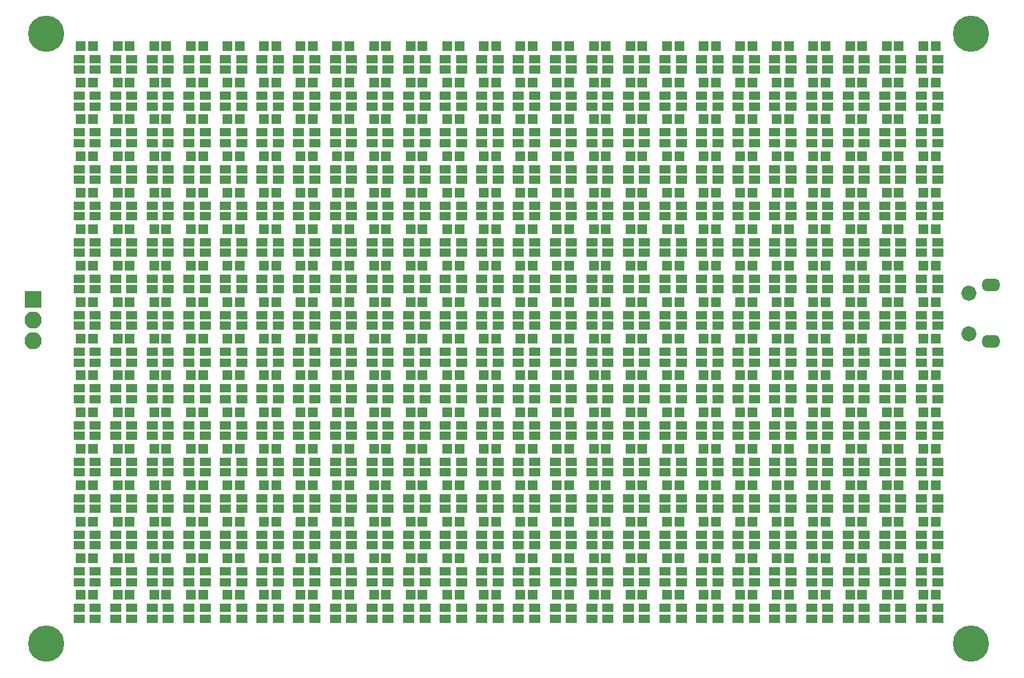
<source format=gbr>
G04 #@! TF.GenerationSoftware,KiCad,Pcbnew,(5.0.0-rc3-dev)*
G04 #@! TF.CreationDate,2018-09-21T14:59:56-04:00*
G04 #@! TF.ProjectId,Neopixel nano - 384 well,4E656F706978656C206E616E6F202D20,rev?*
G04 #@! TF.SameCoordinates,Original*
G04 #@! TF.FileFunction,Soldermask,Top*
G04 #@! TF.FilePolarity,Negative*
%FSLAX46Y46*%
G04 Gerber Fmt 4.6, Leading zero omitted, Abs format (unit mm)*
G04 Created by KiCad (PCBNEW (5.0.0-rc3-dev)) date 09/21/18 14:59:56*
%MOMM*%
%LPD*%
G01*
G04 APERTURE LIST*
%ADD10R,1.400000X1.000000*%
%ADD11R,1.200000X1.150000*%
%ADD12C,4.464000*%
%ADD13O,2.300000X1.600000*%
%ADD14C,1.850000*%
%ADD15O,2.100000X2.100000*%
%ADD16R,2.100000X2.100000*%
G04 APERTURE END LIST*
D10*
G04 #@! TO.C,D251*
X95010000Y-93410000D03*
X95010000Y-92110000D03*
X93010000Y-93410000D03*
X93010000Y-92110000D03*
G04 #@! TD*
G04 #@! TO.C,D275*
X93010000Y-96610000D03*
X93010000Y-97910000D03*
X95010000Y-96610000D03*
X95010000Y-97910000D03*
G04 #@! TD*
D11*
G04 #@! TO.C,C178*
X88750000Y-77000000D03*
X90250000Y-77000000D03*
G04 #@! TD*
D10*
G04 #@! TO.C,D135*
X111010000Y-69610000D03*
X111010000Y-70910000D03*
X113010000Y-69610000D03*
X113010000Y-70910000D03*
G04 #@! TD*
G04 #@! TO.C,D117*
X140010000Y-66410000D03*
X140010000Y-65110000D03*
X138010000Y-66410000D03*
X138010000Y-65110000D03*
G04 #@! TD*
G04 #@! TO.C,D107*
X95010000Y-66410000D03*
X95010000Y-65110000D03*
X93010000Y-66410000D03*
X93010000Y-65110000D03*
G04 #@! TD*
G04 #@! TO.C,D62*
X108510000Y-57410000D03*
X108510000Y-56110000D03*
X106510000Y-57410000D03*
X106510000Y-56110000D03*
G04 #@! TD*
G04 #@! TO.C,D69*
X138010000Y-56110000D03*
X138010000Y-57410000D03*
X140010000Y-56110000D03*
X140010000Y-57410000D03*
G04 #@! TD*
G04 #@! TO.C,D63*
X111010000Y-56110000D03*
X111010000Y-57410000D03*
X113010000Y-56110000D03*
X113010000Y-57410000D03*
G04 #@! TD*
G04 #@! TO.C,D68*
X135510000Y-57410000D03*
X135510000Y-56110000D03*
X133510000Y-57410000D03*
X133510000Y-56110000D03*
G04 #@! TD*
G04 #@! TO.C,D61*
X102010000Y-56110000D03*
X102010000Y-57410000D03*
X104010000Y-56110000D03*
X104010000Y-57410000D03*
G04 #@! TD*
G04 #@! TO.C,D64*
X117510000Y-57410000D03*
X117510000Y-56110000D03*
X115510000Y-57410000D03*
X115510000Y-56110000D03*
G04 #@! TD*
G04 #@! TO.C,D65*
X120010000Y-56110000D03*
X120010000Y-57410000D03*
X122010000Y-56110000D03*
X122010000Y-57410000D03*
G04 #@! TD*
G04 #@! TO.C,D66*
X126510000Y-57410000D03*
X126510000Y-56110000D03*
X124510000Y-57410000D03*
X124510000Y-56110000D03*
G04 #@! TD*
G04 #@! TO.C,D67*
X129009999Y-56110000D03*
X129009999Y-57410000D03*
X131009999Y-56110000D03*
X131009999Y-57410000D03*
G04 #@! TD*
G04 #@! TO.C,D70*
X144510000Y-57410000D03*
X144510000Y-56110000D03*
X142510000Y-57410000D03*
X142510000Y-56110000D03*
G04 #@! TD*
G04 #@! TO.C,D71*
X147010000Y-56110000D03*
X147010000Y-57410000D03*
X149010000Y-56110000D03*
X149010000Y-57410000D03*
G04 #@! TD*
G04 #@! TO.C,D72*
X153510000Y-57410000D03*
X153510000Y-56110000D03*
X151510000Y-57410000D03*
X151510000Y-56110000D03*
G04 #@! TD*
G04 #@! TO.C,D3*
X57010000Y-47110000D03*
X57010000Y-48410000D03*
X59010000Y-47110000D03*
X59010000Y-48410000D03*
G04 #@! TD*
G04 #@! TO.C,D4*
X63510000Y-48410000D03*
X63510000Y-47110000D03*
X61510000Y-48410000D03*
X61510000Y-47110000D03*
G04 #@! TD*
G04 #@! TO.C,D5*
X66010000Y-47110000D03*
X66010000Y-48410000D03*
X68010000Y-47110000D03*
X68010000Y-48410000D03*
G04 #@! TD*
G04 #@! TO.C,D6*
X72510000Y-48410000D03*
X72510000Y-47110000D03*
X70510000Y-48410000D03*
X70510000Y-47110000D03*
G04 #@! TD*
G04 #@! TO.C,D7*
X75010000Y-47110000D03*
X75010000Y-48410000D03*
X77010000Y-47110000D03*
X77010000Y-48410000D03*
G04 #@! TD*
G04 #@! TO.C,D19*
X129009999Y-47110000D03*
X129009999Y-48410000D03*
X131009999Y-47110000D03*
X131009999Y-48410000D03*
G04 #@! TD*
G04 #@! TO.C,D22*
X144510000Y-48410000D03*
X144510000Y-47110000D03*
X142510000Y-48410000D03*
X142510000Y-47110000D03*
G04 #@! TD*
G04 #@! TO.C,D18*
X126510000Y-48410000D03*
X126510000Y-47110000D03*
X124510000Y-48410000D03*
X124510000Y-47110000D03*
G04 #@! TD*
G04 #@! TO.C,D10*
X90510000Y-48410000D03*
X90510000Y-47110000D03*
X88510000Y-48410000D03*
X88510000Y-47110000D03*
G04 #@! TD*
G04 #@! TO.C,D20*
X135510000Y-48410000D03*
X135510000Y-47110000D03*
X133510000Y-48410000D03*
X133510000Y-47110000D03*
G04 #@! TD*
G04 #@! TO.C,D15*
X111010000Y-47110000D03*
X111010000Y-48410000D03*
X113010000Y-47110000D03*
X113010000Y-48410000D03*
G04 #@! TD*
G04 #@! TO.C,D16*
X117510000Y-48410000D03*
X117510000Y-47110000D03*
X115510000Y-48410000D03*
X115510000Y-47110000D03*
G04 #@! TD*
G04 #@! TO.C,D21*
X140010000Y-48410000D03*
X140010000Y-47110000D03*
X138010000Y-48410000D03*
X138010000Y-47110000D03*
G04 #@! TD*
G04 #@! TO.C,D17*
X120010000Y-47110000D03*
X120010000Y-48410000D03*
X122010000Y-47110000D03*
X122010000Y-48410000D03*
G04 #@! TD*
G04 #@! TO.C,D8*
X81510000Y-48410000D03*
X81510000Y-47110000D03*
X79510000Y-48410000D03*
X79510000Y-47110000D03*
G04 #@! TD*
G04 #@! TO.C,D9*
X84010000Y-47110000D03*
X84010000Y-48410000D03*
X86010000Y-47110000D03*
X86010000Y-48410000D03*
G04 #@! TD*
G04 #@! TO.C,D46*
X142510000Y-51610000D03*
X142510000Y-52910000D03*
X144510000Y-51610000D03*
X144510000Y-52910000D03*
G04 #@! TD*
G04 #@! TO.C,D34*
X90510000Y-52910000D03*
X90510000Y-51610000D03*
X88510000Y-52910000D03*
X88510000Y-51610000D03*
G04 #@! TD*
G04 #@! TO.C,D43*
X131009999Y-52910000D03*
X131009999Y-51610000D03*
X129009999Y-52910000D03*
X129009999Y-51610000D03*
G04 #@! TD*
G04 #@! TO.C,D58*
X90510000Y-57410000D03*
X90510000Y-56110000D03*
X88510000Y-57410000D03*
X88510000Y-56110000D03*
G04 #@! TD*
G04 #@! TO.C,D45*
X140010000Y-52910000D03*
X140010000Y-51610000D03*
X138010000Y-52910000D03*
X138010000Y-51610000D03*
G04 #@! TD*
G04 #@! TO.C,D40*
X117510000Y-52910000D03*
X117510000Y-51610000D03*
X115510000Y-52910000D03*
X115510000Y-51610000D03*
G04 #@! TD*
G04 #@! TO.C,D42*
X124510000Y-51610000D03*
X124510000Y-52910000D03*
X126510000Y-51610000D03*
X126510000Y-52910000D03*
G04 #@! TD*
G04 #@! TO.C,D55*
X75010000Y-56110000D03*
X75010000Y-57410000D03*
X77010000Y-56110000D03*
X77010000Y-57410000D03*
G04 #@! TD*
G04 #@! TO.C,D31*
X75010000Y-51610000D03*
X75010000Y-52910000D03*
X77010000Y-51610000D03*
X77010000Y-52910000D03*
G04 #@! TD*
G04 #@! TO.C,D33*
X84010000Y-51610000D03*
X84010000Y-52910000D03*
X86010000Y-51610000D03*
X86010000Y-52910000D03*
G04 #@! TD*
G04 #@! TO.C,D76*
X63510000Y-61910000D03*
X63510000Y-60610000D03*
X61510000Y-61910000D03*
X61510000Y-60610000D03*
G04 #@! TD*
G04 #@! TO.C,D78*
X70510000Y-60610000D03*
X70510000Y-61910000D03*
X72510000Y-60610000D03*
X72510000Y-61910000D03*
G04 #@! TD*
G04 #@! TO.C,D29*
X66010000Y-51610000D03*
X66010000Y-52910000D03*
X68010000Y-51610000D03*
X68010000Y-52910000D03*
G04 #@! TD*
G04 #@! TO.C,D30*
X72510000Y-52910000D03*
X72510000Y-51610000D03*
X70510000Y-52910000D03*
X70510000Y-51610000D03*
G04 #@! TD*
G04 #@! TO.C,D32*
X81510000Y-52910000D03*
X81510000Y-51610000D03*
X79510000Y-52910000D03*
X79510000Y-51610000D03*
G04 #@! TD*
G04 #@! TO.C,D27*
X57010000Y-51610000D03*
X57010000Y-52910000D03*
X59010000Y-51610000D03*
X59010000Y-52910000D03*
G04 #@! TD*
G04 #@! TO.C,D28*
X63510000Y-52910000D03*
X63510000Y-51610000D03*
X61510000Y-52910000D03*
X61510000Y-51610000D03*
G04 #@! TD*
G04 #@! TO.C,D39*
X111010000Y-51610000D03*
X111010000Y-52910000D03*
X113010000Y-51610000D03*
X113010000Y-52910000D03*
G04 #@! TD*
G04 #@! TO.C,D41*
X120010000Y-51610000D03*
X120010000Y-52910000D03*
X122010000Y-51610000D03*
X122010000Y-52910000D03*
G04 #@! TD*
G04 #@! TO.C,D44*
X133510000Y-51610000D03*
X133510000Y-52910000D03*
X135510000Y-51610000D03*
X135510000Y-52910000D03*
G04 #@! TD*
G04 #@! TO.C,D51*
X57010000Y-56110000D03*
X57010000Y-57410000D03*
X59010000Y-56110000D03*
X59010000Y-57410000D03*
G04 #@! TD*
G04 #@! TO.C,D52*
X63510000Y-57410000D03*
X63510000Y-56110000D03*
X61510000Y-57410000D03*
X61510000Y-56110000D03*
G04 #@! TD*
G04 #@! TO.C,D53*
X66010000Y-56110000D03*
X66010000Y-57410000D03*
X68010000Y-56110000D03*
X68010000Y-57410000D03*
G04 #@! TD*
G04 #@! TO.C,D54*
X72510000Y-57410000D03*
X72510000Y-56110000D03*
X70510000Y-57410000D03*
X70510000Y-56110000D03*
G04 #@! TD*
G04 #@! TO.C,D56*
X81510000Y-57410000D03*
X81510000Y-56110000D03*
X79510000Y-57410000D03*
X79510000Y-56110000D03*
G04 #@! TD*
G04 #@! TO.C,D57*
X84010000Y-56110000D03*
X84010000Y-57410000D03*
X86010000Y-56110000D03*
X86010000Y-57410000D03*
G04 #@! TD*
G04 #@! TO.C,D75*
X57010000Y-60610000D03*
X57010000Y-61910000D03*
X59010000Y-60610000D03*
X59010000Y-61910000D03*
G04 #@! TD*
G04 #@! TO.C,D77*
X66010000Y-60610000D03*
X66010000Y-61910000D03*
X68010000Y-60610000D03*
X68010000Y-61910000D03*
G04 #@! TD*
G04 #@! TO.C,D79*
X77010000Y-61910000D03*
X77010000Y-60610000D03*
X75010000Y-61910000D03*
X75010000Y-60610000D03*
G04 #@! TD*
G04 #@! TO.C,D80*
X79510000Y-60610000D03*
X79510000Y-61910000D03*
X81510000Y-60610000D03*
X81510000Y-61910000D03*
G04 #@! TD*
G04 #@! TO.C,D81*
X86010000Y-61910000D03*
X86010000Y-60610000D03*
X84010000Y-61910000D03*
X84010000Y-60610000D03*
G04 #@! TD*
G04 #@! TO.C,D82*
X88510000Y-60610000D03*
X88510000Y-61910000D03*
X90510000Y-60610000D03*
X90510000Y-61910000D03*
G04 #@! TD*
G04 #@! TO.C,D87*
X113010000Y-61910000D03*
X113010000Y-60610000D03*
X111010000Y-61910000D03*
X111010000Y-60610000D03*
G04 #@! TD*
G04 #@! TO.C,D88*
X115510000Y-60610000D03*
X115510000Y-61910000D03*
X117510000Y-60610000D03*
X117510000Y-61910000D03*
G04 #@! TD*
G04 #@! TO.C,D89*
X122010000Y-61910000D03*
X122010000Y-60610000D03*
X120010000Y-61910000D03*
X120010000Y-60610000D03*
G04 #@! TD*
G04 #@! TO.C,D94*
X142510000Y-60610000D03*
X142510000Y-61910000D03*
X144510000Y-60610000D03*
X144510000Y-61910000D03*
G04 #@! TD*
G04 #@! TO.C,D90*
X126510000Y-61910000D03*
X126510000Y-60610000D03*
X124510000Y-61910000D03*
X124510000Y-60610000D03*
G04 #@! TD*
G04 #@! TO.C,D91*
X129009999Y-60610000D03*
X129009999Y-61910000D03*
X131009999Y-60610000D03*
X131009999Y-61910000D03*
G04 #@! TD*
G04 #@! TO.C,D92*
X135510000Y-61910000D03*
X135510000Y-60610000D03*
X133510000Y-61910000D03*
X133510000Y-60610000D03*
G04 #@! TD*
G04 #@! TO.C,D93*
X138010000Y-60610000D03*
X138010000Y-61910000D03*
X140010000Y-60610000D03*
X140010000Y-61910000D03*
G04 #@! TD*
G04 #@! TO.C,D11*
X93010000Y-47110000D03*
X93010000Y-48410000D03*
X95010000Y-47110000D03*
X95010000Y-48410000D03*
G04 #@! TD*
G04 #@! TO.C,D12*
X99510000Y-48410000D03*
X99510000Y-47110000D03*
X97510000Y-48410000D03*
X97510000Y-47110000D03*
G04 #@! TD*
G04 #@! TO.C,D24*
X153510000Y-48410000D03*
X153510000Y-47110000D03*
X151510000Y-48410000D03*
X151510000Y-47110000D03*
G04 #@! TD*
G04 #@! TO.C,D23*
X147010000Y-47110000D03*
X147010000Y-48410000D03*
X149010000Y-47110000D03*
X149010000Y-48410000D03*
G04 #@! TD*
G04 #@! TO.C,D47*
X149010000Y-52910000D03*
X149010000Y-51610000D03*
X147010000Y-52910000D03*
X147010000Y-51610000D03*
G04 #@! TD*
G04 #@! TO.C,D48*
X151510000Y-51610000D03*
X151510000Y-52910000D03*
X153510000Y-51610000D03*
X153510000Y-52910000D03*
G04 #@! TD*
G04 #@! TO.C,D35*
X93010000Y-51610000D03*
X93010000Y-52910000D03*
X95010000Y-51610000D03*
X95010000Y-52910000D03*
G04 #@! TD*
G04 #@! TO.C,D36*
X97510000Y-51610000D03*
X97510000Y-52910000D03*
X99510000Y-51610000D03*
X99510000Y-52910000D03*
G04 #@! TD*
D12*
G04 #@! TO.C,REF\002A\002A*
X44000000Y-119000000D03*
G04 #@! TD*
G04 #@! TO.C,REF\002A\002A*
X157600000Y-119000000D03*
G04 #@! TD*
G04 #@! TO.C,REF\002A\002A*
X157600000Y-44000000D03*
G04 #@! TD*
G04 #@! TO.C,REF\002A\002A*
X44000000Y-44000000D03*
G04 #@! TD*
D10*
G04 #@! TO.C,D1*
X48010000Y-47110000D03*
X48010000Y-48410000D03*
X50010000Y-47110000D03*
X50010000Y-48410000D03*
G04 #@! TD*
G04 #@! TO.C,D2*
X54510000Y-48410000D03*
X54510000Y-47110000D03*
X52510000Y-48410000D03*
X52510000Y-47110000D03*
G04 #@! TD*
G04 #@! TO.C,D13*
X102010000Y-47110000D03*
X102010000Y-48410000D03*
X104010000Y-47110000D03*
X104010000Y-48410000D03*
G04 #@! TD*
G04 #@! TO.C,D14*
X108510000Y-48410000D03*
X108510000Y-47110000D03*
X106510000Y-48410000D03*
X106510000Y-47110000D03*
G04 #@! TD*
G04 #@! TO.C,D25*
X48010000Y-51610000D03*
X48010000Y-52910000D03*
X50010000Y-51610000D03*
X50010000Y-52910000D03*
G04 #@! TD*
G04 #@! TO.C,D26*
X54510000Y-52910000D03*
X54510000Y-51610000D03*
X52510000Y-52910000D03*
X52510000Y-51610000D03*
G04 #@! TD*
G04 #@! TO.C,D37*
X102010000Y-51610000D03*
X102010000Y-52910000D03*
X104010000Y-51610000D03*
X104010000Y-52910000D03*
G04 #@! TD*
G04 #@! TO.C,D38*
X108510000Y-52910000D03*
X108510000Y-51610000D03*
X106510000Y-52910000D03*
X106510000Y-51610000D03*
G04 #@! TD*
G04 #@! TO.C,D49*
X50010000Y-57410000D03*
X50010000Y-56110000D03*
X48010000Y-57410000D03*
X48010000Y-56110000D03*
G04 #@! TD*
G04 #@! TO.C,D50*
X52510000Y-56110000D03*
X52510000Y-57410000D03*
X54510000Y-56110000D03*
X54510000Y-57410000D03*
G04 #@! TD*
G04 #@! TO.C,D59*
X93010000Y-56110000D03*
X93010000Y-57410000D03*
X95010000Y-56110000D03*
X95010000Y-57410000D03*
G04 #@! TD*
G04 #@! TO.C,D60*
X99510000Y-57410000D03*
X99510000Y-56110000D03*
X97510000Y-57410000D03*
X97510000Y-56110000D03*
G04 #@! TD*
G04 #@! TO.C,D73*
X48010000Y-60610000D03*
X48010000Y-61910000D03*
X50010000Y-60610000D03*
X50010000Y-61910000D03*
G04 #@! TD*
G04 #@! TO.C,D74*
X54510000Y-61910000D03*
X54510000Y-60610000D03*
X52510000Y-61910000D03*
X52510000Y-60610000D03*
G04 #@! TD*
G04 #@! TO.C,D83*
X95010000Y-61910000D03*
X95010000Y-60610000D03*
X93010000Y-61910000D03*
X93010000Y-60610000D03*
G04 #@! TD*
G04 #@! TO.C,D84*
X97510000Y-60610000D03*
X97510000Y-61910000D03*
X99510000Y-60610000D03*
X99510000Y-61910000D03*
G04 #@! TD*
G04 #@! TO.C,D85*
X102010000Y-60610000D03*
X102010000Y-61910000D03*
X104010000Y-60610000D03*
X104010000Y-61910000D03*
G04 #@! TD*
G04 #@! TO.C,D86*
X108510000Y-61910000D03*
X108510000Y-60610000D03*
X106510000Y-61910000D03*
X106510000Y-60610000D03*
G04 #@! TD*
G04 #@! TO.C,D95*
X147010000Y-60610000D03*
X147010000Y-61910000D03*
X149010000Y-60610000D03*
X149010000Y-61910000D03*
G04 #@! TD*
G04 #@! TO.C,D96*
X153510000Y-61910000D03*
X153510000Y-60610000D03*
X151510000Y-61910000D03*
X151510000Y-60610000D03*
G04 #@! TD*
G04 #@! TO.C,D97*
X50010000Y-66410000D03*
X50010000Y-65110000D03*
X48010000Y-66410000D03*
X48010000Y-65110000D03*
G04 #@! TD*
G04 #@! TO.C,D98*
X52510000Y-65110000D03*
X52510000Y-66410000D03*
X54510000Y-65110000D03*
X54510000Y-66410000D03*
G04 #@! TD*
G04 #@! TO.C,D99*
X59010000Y-66410000D03*
X59010000Y-65110000D03*
X57010000Y-66410000D03*
X57010000Y-65110000D03*
G04 #@! TD*
G04 #@! TO.C,D100*
X61510000Y-65110000D03*
X61510000Y-66410000D03*
X63510000Y-65110000D03*
X63510000Y-66410000D03*
G04 #@! TD*
G04 #@! TO.C,D101*
X68010000Y-66410000D03*
X68010000Y-65110000D03*
X66010000Y-66410000D03*
X66010000Y-65110000D03*
G04 #@! TD*
G04 #@! TO.C,D102*
X72510000Y-66410000D03*
X72510000Y-65110000D03*
X70510000Y-66410000D03*
X70510000Y-65110000D03*
G04 #@! TD*
G04 #@! TO.C,D103*
X75010000Y-65110000D03*
X75010000Y-66410000D03*
X77010000Y-65110000D03*
X77010000Y-66410000D03*
G04 #@! TD*
G04 #@! TO.C,D104*
X81510000Y-66410000D03*
X81510000Y-65110000D03*
X79510000Y-66410000D03*
X79510000Y-65110000D03*
G04 #@! TD*
G04 #@! TO.C,D105*
X84010000Y-65110000D03*
X84010000Y-66410000D03*
X86010000Y-65110000D03*
X86010000Y-66410000D03*
G04 #@! TD*
G04 #@! TO.C,D106*
X90510000Y-66410000D03*
X90510000Y-65110000D03*
X88510000Y-66410000D03*
X88510000Y-65110000D03*
G04 #@! TD*
G04 #@! TO.C,D108*
X99510000Y-66410000D03*
X99510000Y-65110000D03*
X97510000Y-66410000D03*
X97510000Y-65110000D03*
G04 #@! TD*
G04 #@! TO.C,D109*
X102010000Y-65110000D03*
X102010000Y-66410000D03*
X104010000Y-65110000D03*
X104010000Y-66410000D03*
G04 #@! TD*
G04 #@! TO.C,D110*
X108510000Y-66410000D03*
X108510000Y-65110000D03*
X106510000Y-66410000D03*
X106510000Y-65110000D03*
G04 #@! TD*
G04 #@! TO.C,D111*
X111010000Y-65110000D03*
X111010000Y-66410000D03*
X113010000Y-65110000D03*
X113010000Y-66410000D03*
G04 #@! TD*
G04 #@! TO.C,D112*
X117510000Y-66410000D03*
X117510000Y-65110000D03*
X115510000Y-66410000D03*
X115510000Y-65110000D03*
G04 #@! TD*
G04 #@! TO.C,D113*
X120010000Y-65110000D03*
X120010000Y-66410000D03*
X122010000Y-65110000D03*
X122010000Y-66410000D03*
G04 #@! TD*
G04 #@! TO.C,D114*
X124510000Y-65110000D03*
X124510000Y-66410000D03*
X126510000Y-65110000D03*
X126510000Y-66410000D03*
G04 #@! TD*
G04 #@! TO.C,D115*
X131009999Y-66410000D03*
X131009999Y-65110000D03*
X129009999Y-66410000D03*
X129009999Y-65110000D03*
G04 #@! TD*
G04 #@! TO.C,D116*
X133510000Y-65110000D03*
X133510000Y-66410000D03*
X135510000Y-65110000D03*
X135510000Y-66410000D03*
G04 #@! TD*
G04 #@! TO.C,D118*
X144510000Y-66410000D03*
X144510000Y-65110000D03*
X142510000Y-66410000D03*
X142510000Y-65110000D03*
G04 #@! TD*
G04 #@! TO.C,D119*
X147010000Y-65110000D03*
X147010000Y-66410000D03*
X149010000Y-65110000D03*
X149010000Y-66410000D03*
G04 #@! TD*
G04 #@! TO.C,D120*
X151510000Y-65110000D03*
X151510000Y-66410000D03*
X153510000Y-65110000D03*
X153510000Y-66410000D03*
G04 #@! TD*
G04 #@! TO.C,D121*
X50010000Y-70910000D03*
X50010000Y-69610000D03*
X48010000Y-70910000D03*
X48010000Y-69610000D03*
G04 #@! TD*
G04 #@! TO.C,D122*
X52510000Y-69610000D03*
X52510000Y-70910000D03*
X54510000Y-69610000D03*
X54510000Y-70910000D03*
G04 #@! TD*
G04 #@! TO.C,D123*
X59010000Y-70910000D03*
X59010000Y-69610000D03*
X57010000Y-70910000D03*
X57010000Y-69610000D03*
G04 #@! TD*
G04 #@! TO.C,D124*
X61510000Y-69610000D03*
X61510000Y-70910000D03*
X63510000Y-69610000D03*
X63510000Y-70910000D03*
G04 #@! TD*
G04 #@! TO.C,D125*
X68010000Y-70910000D03*
X68010000Y-69610000D03*
X66010000Y-70910000D03*
X66010000Y-69610000D03*
G04 #@! TD*
G04 #@! TO.C,D126*
X70510000Y-69610000D03*
X70510000Y-70910000D03*
X72510000Y-69610000D03*
X72510000Y-70910000D03*
G04 #@! TD*
G04 #@! TO.C,D127*
X77010000Y-70910000D03*
X77010000Y-69610000D03*
X75010000Y-70910000D03*
X75010000Y-69610000D03*
G04 #@! TD*
G04 #@! TO.C,D128*
X79510000Y-69610000D03*
X79510000Y-70910000D03*
X81510000Y-69610000D03*
X81510000Y-70910000D03*
G04 #@! TD*
G04 #@! TO.C,D129*
X86010000Y-70910000D03*
X86010000Y-69610000D03*
X84010000Y-70910000D03*
X84010000Y-69610000D03*
G04 #@! TD*
G04 #@! TO.C,D130*
X88510000Y-69610000D03*
X88510000Y-70910000D03*
X90510000Y-69610000D03*
X90510000Y-70910000D03*
G04 #@! TD*
G04 #@! TO.C,D131*
X95010000Y-70910000D03*
X95010000Y-69610000D03*
X93010000Y-70910000D03*
X93010000Y-69610000D03*
G04 #@! TD*
G04 #@! TO.C,D132*
X97510000Y-69610000D03*
X97510000Y-70910000D03*
X99510000Y-69610000D03*
X99510000Y-70910000D03*
G04 #@! TD*
G04 #@! TO.C,D133*
X102010000Y-69610000D03*
X102010000Y-70910000D03*
X104010000Y-69610000D03*
X104010000Y-70910000D03*
G04 #@! TD*
G04 #@! TO.C,D134*
X108510000Y-70910000D03*
X108510000Y-69610000D03*
X106510000Y-70910000D03*
X106510000Y-69610000D03*
G04 #@! TD*
G04 #@! TO.C,D136*
X117510000Y-70910000D03*
X117510000Y-69610000D03*
X115510000Y-70910000D03*
X115510000Y-69610000D03*
G04 #@! TD*
G04 #@! TO.C,D137*
X120010000Y-69610000D03*
X120010000Y-70910000D03*
X122010000Y-69610000D03*
X122010000Y-70910000D03*
G04 #@! TD*
G04 #@! TO.C,D138*
X126510000Y-70910000D03*
X126510000Y-69610000D03*
X124510000Y-70910000D03*
X124510000Y-69610000D03*
G04 #@! TD*
G04 #@! TO.C,D139*
X129009999Y-69610000D03*
X129009999Y-70910000D03*
X131009999Y-69610000D03*
X131009999Y-70910000D03*
G04 #@! TD*
G04 #@! TO.C,D140*
X135510000Y-70910000D03*
X135510000Y-69610000D03*
X133510000Y-70910000D03*
X133510000Y-69610000D03*
G04 #@! TD*
G04 #@! TO.C,D141*
X140010000Y-70910000D03*
X140010000Y-69610000D03*
X138010000Y-70910000D03*
X138010000Y-69610000D03*
G04 #@! TD*
G04 #@! TO.C,D142*
X144510000Y-70910000D03*
X144510000Y-69610000D03*
X142510000Y-70910000D03*
X142510000Y-69610000D03*
G04 #@! TD*
G04 #@! TO.C,D143*
X147010000Y-69610000D03*
X147010000Y-70910000D03*
X149010000Y-69610000D03*
X149010000Y-70910000D03*
G04 #@! TD*
G04 #@! TO.C,D144*
X153510000Y-70910000D03*
X153510000Y-69610000D03*
X151510000Y-70910000D03*
X151510000Y-69610000D03*
G04 #@! TD*
G04 #@! TO.C,D145*
X48010000Y-74110000D03*
X48010000Y-75410000D03*
X50010000Y-74110000D03*
X50010000Y-75410000D03*
G04 #@! TD*
G04 #@! TO.C,D146*
X54510000Y-75410000D03*
X54510000Y-74110000D03*
X52510000Y-75410000D03*
X52510000Y-74110000D03*
G04 #@! TD*
G04 #@! TO.C,D147*
X57010000Y-74110000D03*
X57010000Y-75410000D03*
X59010000Y-74110000D03*
X59010000Y-75410000D03*
G04 #@! TD*
G04 #@! TO.C,D148*
X63510000Y-75410000D03*
X63510000Y-74110000D03*
X61510000Y-75410000D03*
X61510000Y-74110000D03*
G04 #@! TD*
G04 #@! TO.C,D149*
X66010000Y-74110000D03*
X66010000Y-75410000D03*
X68010000Y-74110000D03*
X68010000Y-75410000D03*
G04 #@! TD*
G04 #@! TO.C,D150*
X72510000Y-75410000D03*
X72510000Y-74110000D03*
X70510000Y-75410000D03*
X70510000Y-74110000D03*
G04 #@! TD*
G04 #@! TO.C,D151*
X75010000Y-74110000D03*
X75010000Y-75410000D03*
X77010000Y-74110000D03*
X77010000Y-75410000D03*
G04 #@! TD*
G04 #@! TO.C,D152*
X81510000Y-75410000D03*
X81510000Y-74110000D03*
X79510000Y-75410000D03*
X79510000Y-74110000D03*
G04 #@! TD*
G04 #@! TO.C,D153*
X84010000Y-74110000D03*
X84010000Y-75410000D03*
X86010000Y-74110000D03*
X86010000Y-75410000D03*
G04 #@! TD*
G04 #@! TO.C,D154*
X88510000Y-74110000D03*
X88510000Y-75410000D03*
X90510000Y-74110000D03*
X90510000Y-75410000D03*
G04 #@! TD*
G04 #@! TO.C,D155*
X95010000Y-75410000D03*
X95010000Y-74110000D03*
X93010000Y-75410000D03*
X93010000Y-74110000D03*
G04 #@! TD*
G04 #@! TO.C,D156*
X97510000Y-74110000D03*
X97510000Y-75410000D03*
X99510000Y-74110000D03*
X99510000Y-75410000D03*
G04 #@! TD*
G04 #@! TO.C,D157*
X104010000Y-75410000D03*
X104010000Y-74110000D03*
X102010000Y-75410000D03*
X102010000Y-74110000D03*
G04 #@! TD*
G04 #@! TO.C,D158*
X106510000Y-74110000D03*
X106510000Y-75410000D03*
X108510000Y-74110000D03*
X108510000Y-75410000D03*
G04 #@! TD*
G04 #@! TO.C,D159*
X113010000Y-75410000D03*
X113010000Y-74110000D03*
X111010000Y-75410000D03*
X111010000Y-74110000D03*
G04 #@! TD*
G04 #@! TO.C,D160*
X115510000Y-74110000D03*
X115510000Y-75410000D03*
X117510000Y-74110000D03*
X117510000Y-75410000D03*
G04 #@! TD*
G04 #@! TO.C,D161*
X120010000Y-74110000D03*
X120010000Y-75410000D03*
X122010000Y-74110000D03*
X122010000Y-75410000D03*
G04 #@! TD*
G04 #@! TO.C,D162*
X124510000Y-74110000D03*
X124510000Y-75410000D03*
X126510000Y-74110000D03*
X126510000Y-75410000D03*
G04 #@! TD*
G04 #@! TO.C,D163*
X131009999Y-75410000D03*
X131009999Y-74110000D03*
X129009999Y-75410000D03*
X129009999Y-74110000D03*
G04 #@! TD*
G04 #@! TO.C,D164*
X133510000Y-74110000D03*
X133510000Y-75410000D03*
X135510000Y-74110000D03*
X135510000Y-75410000D03*
G04 #@! TD*
G04 #@! TO.C,D165*
X140010000Y-75410000D03*
X140010000Y-74110000D03*
X138010000Y-75410000D03*
X138010000Y-74110000D03*
G04 #@! TD*
G04 #@! TO.C,D166*
X142510000Y-74110000D03*
X142510000Y-75410000D03*
X144510000Y-74110000D03*
X144510000Y-75410000D03*
G04 #@! TD*
G04 #@! TO.C,D167*
X149010000Y-75410000D03*
X149010000Y-74110000D03*
X147010000Y-75410000D03*
X147010000Y-74110000D03*
G04 #@! TD*
G04 #@! TO.C,D168*
X153510000Y-75410000D03*
X153510000Y-74110000D03*
X151510000Y-75410000D03*
X151510000Y-74110000D03*
G04 #@! TD*
G04 #@! TO.C,D169*
X50010000Y-79910000D03*
X50010000Y-78610000D03*
X48010000Y-79910000D03*
X48010000Y-78610000D03*
G04 #@! TD*
G04 #@! TO.C,D170*
X52510000Y-78610000D03*
X52510000Y-79910000D03*
X54510000Y-78610000D03*
X54510000Y-79910000D03*
G04 #@! TD*
G04 #@! TO.C,D171*
X59010000Y-79910000D03*
X59010000Y-78610000D03*
X57010000Y-79910000D03*
X57010000Y-78610000D03*
G04 #@! TD*
G04 #@! TO.C,D172*
X61510000Y-78610000D03*
X61510000Y-79910000D03*
X63510000Y-78610000D03*
X63510000Y-79910000D03*
G04 #@! TD*
G04 #@! TO.C,D173*
X68010000Y-79910000D03*
X68010000Y-78610000D03*
X66010000Y-79910000D03*
X66010000Y-78610000D03*
G04 #@! TD*
G04 #@! TO.C,D174*
X70510000Y-78610000D03*
X70510000Y-79910000D03*
X72510000Y-78610000D03*
X72510000Y-79910000D03*
G04 #@! TD*
G04 #@! TO.C,D175*
X77010000Y-79910000D03*
X77010000Y-78610000D03*
X75010000Y-79910000D03*
X75010000Y-78610000D03*
G04 #@! TD*
G04 #@! TO.C,D176*
X79510000Y-78610000D03*
X79510000Y-79910000D03*
X81510000Y-78610000D03*
X81510000Y-79910000D03*
G04 #@! TD*
G04 #@! TO.C,D177*
X86010000Y-79910000D03*
X86010000Y-78610000D03*
X84010000Y-79910000D03*
X84010000Y-78610000D03*
G04 #@! TD*
G04 #@! TO.C,D178*
X88510000Y-78610000D03*
X88510000Y-79910000D03*
X90510000Y-78610000D03*
X90510000Y-79910000D03*
G04 #@! TD*
G04 #@! TO.C,D179*
X95010000Y-79910000D03*
X95010000Y-78610000D03*
X93010000Y-79910000D03*
X93010000Y-78610000D03*
G04 #@! TD*
G04 #@! TO.C,D180*
X99510000Y-79910000D03*
X99510000Y-78610000D03*
X97510000Y-79910000D03*
X97510000Y-78610000D03*
G04 #@! TD*
G04 #@! TO.C,D181*
X102010000Y-78610000D03*
X102010000Y-79910000D03*
X104010000Y-78610000D03*
X104010000Y-79910000D03*
G04 #@! TD*
G04 #@! TO.C,D182*
X108510000Y-79910000D03*
X108510000Y-78610000D03*
X106510000Y-79910000D03*
X106510000Y-78610000D03*
G04 #@! TD*
G04 #@! TO.C,D183*
X111010000Y-78610000D03*
X111010000Y-79910000D03*
X113010000Y-78610000D03*
X113010000Y-79910000D03*
G04 #@! TD*
G04 #@! TO.C,D184*
X117510000Y-79910000D03*
X117510000Y-78610000D03*
X115510000Y-79910000D03*
X115510000Y-78610000D03*
G04 #@! TD*
G04 #@! TO.C,D185*
X120010000Y-78610000D03*
X120010000Y-79910000D03*
X122010000Y-78610000D03*
X122010000Y-79910000D03*
G04 #@! TD*
G04 #@! TO.C,D186*
X126510000Y-79910000D03*
X126510000Y-78610000D03*
X124510000Y-79910000D03*
X124510000Y-78610000D03*
G04 #@! TD*
G04 #@! TO.C,D187*
X131009999Y-79910000D03*
X131009999Y-78610000D03*
X129009999Y-79910000D03*
X129009999Y-78610000D03*
G04 #@! TD*
G04 #@! TO.C,D188*
X133510000Y-78610000D03*
X133510000Y-79910000D03*
X135510000Y-78610000D03*
X135510000Y-79910000D03*
G04 #@! TD*
G04 #@! TO.C,D189*
X140010000Y-79910000D03*
X140010000Y-78610000D03*
X138010000Y-79910000D03*
X138010000Y-78610000D03*
G04 #@! TD*
G04 #@! TO.C,D190*
X142510000Y-78610000D03*
X142510000Y-79910000D03*
X144510000Y-78610000D03*
X144510000Y-79910000D03*
G04 #@! TD*
G04 #@! TO.C,D191*
X147010000Y-78610000D03*
X147010000Y-79910000D03*
X149010000Y-78610000D03*
X149010000Y-79910000D03*
G04 #@! TD*
G04 #@! TO.C,D192*
X153510000Y-79910000D03*
X153510000Y-78610000D03*
X151510000Y-79910000D03*
X151510000Y-78610000D03*
G04 #@! TD*
G04 #@! TO.C,D193*
X48010000Y-83110000D03*
X48010000Y-84410000D03*
X50010000Y-83110000D03*
X50010000Y-84410000D03*
G04 #@! TD*
G04 #@! TO.C,D194*
X54510000Y-84410000D03*
X54510000Y-83110000D03*
X52510000Y-84410000D03*
X52510000Y-83110000D03*
G04 #@! TD*
G04 #@! TO.C,D195*
X57010000Y-83110000D03*
X57010000Y-84410000D03*
X59010000Y-83110000D03*
X59010000Y-84410000D03*
G04 #@! TD*
G04 #@! TO.C,D196*
X63510000Y-84410000D03*
X63510000Y-83110000D03*
X61510000Y-84410000D03*
X61510000Y-83110000D03*
G04 #@! TD*
G04 #@! TO.C,D197*
X66010000Y-83110000D03*
X66010000Y-84410000D03*
X68010000Y-83110000D03*
X68010000Y-84410000D03*
G04 #@! TD*
G04 #@! TO.C,D198*
X72510000Y-84410000D03*
X72510000Y-83110000D03*
X70510000Y-84410000D03*
X70510000Y-83110000D03*
G04 #@! TD*
G04 #@! TO.C,D199*
X75010000Y-83110000D03*
X75010000Y-84410000D03*
X77010000Y-83110000D03*
X77010000Y-84410000D03*
G04 #@! TD*
G04 #@! TO.C,D200*
X81510000Y-84410000D03*
X81510000Y-83110000D03*
X79510000Y-84410000D03*
X79510000Y-83110000D03*
G04 #@! TD*
G04 #@! TO.C,D201*
X84010000Y-83110000D03*
X84010000Y-84410000D03*
X86010000Y-83110000D03*
X86010000Y-84410000D03*
G04 #@! TD*
G04 #@! TO.C,D202*
X90510000Y-84410000D03*
X90510000Y-83110000D03*
X88510000Y-84410000D03*
X88510000Y-83110000D03*
G04 #@! TD*
G04 #@! TO.C,D203*
X93010000Y-83110000D03*
X93010000Y-84410000D03*
X95010000Y-83110000D03*
X95010000Y-84410000D03*
G04 #@! TD*
G04 #@! TO.C,D204*
X99510000Y-84410000D03*
X99510000Y-83110000D03*
X97510000Y-84410000D03*
X97510000Y-83110000D03*
G04 #@! TD*
G04 #@! TO.C,D205*
X104010000Y-84410000D03*
X104010000Y-83110000D03*
X102010000Y-84410000D03*
X102010000Y-83110000D03*
G04 #@! TD*
G04 #@! TO.C,D206*
X106510000Y-83110000D03*
X106510000Y-84410000D03*
X108510000Y-83110000D03*
X108510000Y-84410000D03*
G04 #@! TD*
G04 #@! TO.C,D207*
X113010000Y-84410000D03*
X113010000Y-83110000D03*
X111010000Y-84410000D03*
X111010000Y-83110000D03*
G04 #@! TD*
G04 #@! TO.C,D208*
X115510000Y-83110000D03*
X115510000Y-84410000D03*
X117510000Y-83110000D03*
X117510000Y-84410000D03*
G04 #@! TD*
G04 #@! TO.C,D209*
X122010000Y-84410000D03*
X122010000Y-83110000D03*
X120010000Y-84410000D03*
X120010000Y-83110000D03*
G04 #@! TD*
G04 #@! TO.C,D210*
X124510000Y-83110000D03*
X124510000Y-84410000D03*
X126510000Y-83110000D03*
X126510000Y-84410000D03*
G04 #@! TD*
G04 #@! TO.C,D211*
X129009999Y-83110000D03*
X129009999Y-84410000D03*
X131009999Y-83110000D03*
X131009999Y-84410000D03*
G04 #@! TD*
G04 #@! TO.C,D212*
X133510000Y-83110000D03*
X133510000Y-84410000D03*
X135510000Y-83110000D03*
X135510000Y-84410000D03*
G04 #@! TD*
G04 #@! TO.C,D213*
X140010000Y-84410000D03*
X140010000Y-83110000D03*
X138010000Y-84410000D03*
X138010000Y-83110000D03*
G04 #@! TD*
G04 #@! TO.C,D214*
X142510000Y-83110000D03*
X142510000Y-84410000D03*
X144510000Y-83110000D03*
X144510000Y-84410000D03*
G04 #@! TD*
G04 #@! TO.C,D215*
X149010000Y-84410000D03*
X149010000Y-83110000D03*
X147010000Y-84410000D03*
X147010000Y-83110000D03*
G04 #@! TD*
G04 #@! TO.C,D216*
X151510000Y-83110000D03*
X151510000Y-84410000D03*
X153510000Y-83110000D03*
X153510000Y-84410000D03*
G04 #@! TD*
G04 #@! TO.C,D217*
X50010000Y-88910000D03*
X50010000Y-87610000D03*
X48010000Y-88910000D03*
X48010000Y-87610000D03*
G04 #@! TD*
G04 #@! TO.C,D218*
X54510000Y-88910000D03*
X54510000Y-87610000D03*
X52510000Y-88910000D03*
X52510000Y-87610000D03*
G04 #@! TD*
G04 #@! TO.C,D219*
X57010000Y-87610000D03*
X57010000Y-88910000D03*
X59010000Y-87610000D03*
X59010000Y-88910000D03*
G04 #@! TD*
G04 #@! TO.C,D220*
X63510000Y-88910000D03*
X63510000Y-87610000D03*
X61510000Y-88910000D03*
X61510000Y-87610000D03*
G04 #@! TD*
G04 #@! TO.C,D221*
X66010000Y-87610000D03*
X66010000Y-88910000D03*
X68010000Y-87610000D03*
X68010000Y-88910000D03*
G04 #@! TD*
G04 #@! TO.C,D222*
X72510000Y-88910000D03*
X72510000Y-87610000D03*
X70510000Y-88910000D03*
X70510000Y-87610000D03*
G04 #@! TD*
G04 #@! TO.C,D223*
X75010000Y-87610000D03*
X75010000Y-88910000D03*
X77010000Y-87610000D03*
X77010000Y-88910000D03*
G04 #@! TD*
G04 #@! TO.C,D224*
X81510000Y-88910000D03*
X81510000Y-87610000D03*
X79510000Y-88910000D03*
X79510000Y-87610000D03*
G04 #@! TD*
G04 #@! TO.C,D225*
X84010000Y-87610000D03*
X84010000Y-88910000D03*
X86010000Y-87610000D03*
X86010000Y-88910000D03*
G04 #@! TD*
G04 #@! TO.C,D226*
X88510000Y-87610000D03*
X88510000Y-88910000D03*
X90510000Y-87610000D03*
X90510000Y-88910000D03*
G04 #@! TD*
G04 #@! TO.C,D227*
X93010000Y-87610000D03*
X93010000Y-88910000D03*
X95010000Y-87610000D03*
X95010000Y-88910000D03*
G04 #@! TD*
G04 #@! TO.C,D228*
X99510000Y-88910000D03*
X99510000Y-87610000D03*
X97510000Y-88910000D03*
X97510000Y-87610000D03*
G04 #@! TD*
G04 #@! TO.C,D229*
X104010000Y-88910000D03*
X104010000Y-87610000D03*
X102010000Y-88910000D03*
X102010000Y-87610000D03*
G04 #@! TD*
G04 #@! TO.C,D230*
X106510000Y-87610000D03*
X106510000Y-88910000D03*
X108510000Y-87610000D03*
X108510000Y-88910000D03*
G04 #@! TD*
G04 #@! TO.C,D231*
X113010000Y-88910000D03*
X113010000Y-87610000D03*
X111010000Y-88910000D03*
X111010000Y-87610000D03*
G04 #@! TD*
G04 #@! TO.C,D232*
X117510000Y-88910000D03*
X117510000Y-87610000D03*
X115510000Y-88910000D03*
X115510000Y-87610000D03*
G04 #@! TD*
G04 #@! TO.C,D233*
X122010000Y-88910000D03*
X122010000Y-87610000D03*
X120010000Y-88910000D03*
X120010000Y-87610000D03*
G04 #@! TD*
G04 #@! TO.C,D234*
X124510000Y-87610000D03*
X124510000Y-88910000D03*
X126510000Y-87610000D03*
X126510000Y-88910000D03*
G04 #@! TD*
G04 #@! TO.C,D235*
X131009999Y-88910000D03*
X131009999Y-87610000D03*
X129009999Y-88910000D03*
X129009999Y-87610000D03*
G04 #@! TD*
G04 #@! TO.C,D236*
X133510000Y-87610000D03*
X133510000Y-88910000D03*
X135510000Y-87610000D03*
X135510000Y-88910000D03*
G04 #@! TD*
G04 #@! TO.C,D237*
X140010000Y-88910000D03*
X140010000Y-87610000D03*
X138010000Y-88910000D03*
X138010000Y-87610000D03*
G04 #@! TD*
G04 #@! TO.C,D238*
X142510000Y-87610000D03*
X142510000Y-88910000D03*
X144510000Y-87610000D03*
X144510000Y-88910000D03*
G04 #@! TD*
G04 #@! TO.C,D239*
X149010000Y-88910000D03*
X149010000Y-87610000D03*
X147010000Y-88910000D03*
X147010000Y-87610000D03*
G04 #@! TD*
G04 #@! TO.C,D240*
X151510000Y-87610000D03*
X151510000Y-88910000D03*
X153510000Y-87610000D03*
X153510000Y-88910000D03*
G04 #@! TD*
G04 #@! TO.C,D241*
X50010000Y-93410000D03*
X50010000Y-92110000D03*
X48010000Y-93410000D03*
X48010000Y-92110000D03*
G04 #@! TD*
G04 #@! TO.C,D242*
X52510000Y-92110000D03*
X52510000Y-93410000D03*
X54510000Y-92110000D03*
X54510000Y-93410000D03*
G04 #@! TD*
G04 #@! TO.C,D243*
X59010000Y-93410000D03*
X59010000Y-92110000D03*
X57010000Y-93410000D03*
X57010000Y-92110000D03*
G04 #@! TD*
G04 #@! TO.C,D244*
X61510000Y-92110000D03*
X61510000Y-93410000D03*
X63510000Y-92110000D03*
X63510000Y-93410000D03*
G04 #@! TD*
G04 #@! TO.C,D245*
X68010000Y-93410000D03*
X68010000Y-92110000D03*
X66010000Y-93410000D03*
X66010000Y-92110000D03*
G04 #@! TD*
G04 #@! TO.C,D246*
X72510000Y-93410000D03*
X72510000Y-92110000D03*
X70510000Y-93410000D03*
X70510000Y-92110000D03*
G04 #@! TD*
G04 #@! TO.C,D247*
X77010000Y-93410000D03*
X77010000Y-92110000D03*
X75010000Y-93410000D03*
X75010000Y-92110000D03*
G04 #@! TD*
G04 #@! TO.C,D248*
X79510000Y-92110000D03*
X79510000Y-93410000D03*
X81510000Y-92110000D03*
X81510000Y-93410000D03*
G04 #@! TD*
G04 #@! TO.C,D249*
X86010000Y-93410000D03*
X86010000Y-92110000D03*
X84010000Y-93410000D03*
X84010000Y-92110000D03*
G04 #@! TD*
G04 #@! TO.C,D250*
X88510000Y-92110000D03*
X88510000Y-93410000D03*
X90510000Y-92110000D03*
X90510000Y-93410000D03*
G04 #@! TD*
G04 #@! TO.C,D252*
X97510000Y-92110000D03*
X97510000Y-93410000D03*
X99510000Y-92110000D03*
X99510000Y-93410000D03*
G04 #@! TD*
G04 #@! TO.C,D253*
X102010000Y-92110000D03*
X102010000Y-93410000D03*
X104010000Y-92110000D03*
X104010000Y-93410000D03*
G04 #@! TD*
G04 #@! TO.C,D254*
X108510000Y-93410000D03*
X108510000Y-92110000D03*
X106510000Y-93410000D03*
X106510000Y-92110000D03*
G04 #@! TD*
G04 #@! TO.C,D255*
X113010000Y-93410000D03*
X113010000Y-92110000D03*
X111010000Y-93410000D03*
X111010000Y-92110000D03*
G04 #@! TD*
G04 #@! TO.C,D256*
X117510000Y-93410000D03*
X117510000Y-92110000D03*
X115510000Y-93410000D03*
X115510000Y-92110000D03*
G04 #@! TD*
G04 #@! TO.C,D257*
X120010000Y-92110000D03*
X120010000Y-93410000D03*
X122010000Y-92110000D03*
X122010000Y-93410000D03*
G04 #@! TD*
G04 #@! TO.C,D258*
X126510000Y-93410000D03*
X126510000Y-92110000D03*
X124510000Y-93410000D03*
X124510000Y-92110000D03*
G04 #@! TD*
G04 #@! TO.C,D259*
X129009999Y-92110000D03*
X129009999Y-93410000D03*
X131009999Y-92110000D03*
X131009999Y-93410000D03*
G04 #@! TD*
G04 #@! TO.C,D260*
X135510000Y-93410000D03*
X135510000Y-92110000D03*
X133510000Y-93410000D03*
X133510000Y-92110000D03*
G04 #@! TD*
G04 #@! TO.C,D261*
X138010000Y-92110000D03*
X138010000Y-93410000D03*
X140010000Y-92110000D03*
X140010000Y-93410000D03*
G04 #@! TD*
G04 #@! TO.C,D262*
X144510000Y-93410000D03*
X144510000Y-92110000D03*
X142510000Y-93410000D03*
X142510000Y-92110000D03*
G04 #@! TD*
G04 #@! TO.C,D263*
X147010000Y-92110000D03*
X147010000Y-93410000D03*
X149010000Y-92110000D03*
X149010000Y-93410000D03*
G04 #@! TD*
G04 #@! TO.C,D264*
X151510000Y-92110000D03*
X151510000Y-93410000D03*
X153510000Y-92110000D03*
X153510000Y-93410000D03*
G04 #@! TD*
G04 #@! TO.C,D265*
X48010000Y-96610000D03*
X48010000Y-97910000D03*
X50010000Y-96610000D03*
X50010000Y-97910000D03*
G04 #@! TD*
G04 #@! TO.C,D266*
X54510000Y-97910000D03*
X54510000Y-96610000D03*
X52510000Y-97910000D03*
X52510000Y-96610000D03*
G04 #@! TD*
G04 #@! TO.C,D267*
X57010000Y-96610000D03*
X57010000Y-97910000D03*
X59010000Y-96610000D03*
X59010000Y-97910000D03*
G04 #@! TD*
G04 #@! TO.C,D268*
X63510000Y-97910000D03*
X63510000Y-96610000D03*
X61510000Y-97910000D03*
X61510000Y-96610000D03*
G04 #@! TD*
G04 #@! TO.C,D269*
X66010000Y-96610000D03*
X66010000Y-97910000D03*
X68010000Y-96610000D03*
X68010000Y-97910000D03*
G04 #@! TD*
G04 #@! TO.C,D270*
X70510000Y-96610000D03*
X70510000Y-97910000D03*
X72510000Y-96610000D03*
X72510000Y-97910000D03*
G04 #@! TD*
G04 #@! TO.C,D271*
X75010000Y-96610000D03*
X75010000Y-97910000D03*
X77010000Y-96610000D03*
X77010000Y-97910000D03*
G04 #@! TD*
G04 #@! TO.C,D272*
X81510000Y-97910000D03*
X81510000Y-96610000D03*
X79510000Y-97910000D03*
X79510000Y-96610000D03*
G04 #@! TD*
G04 #@! TO.C,D273*
X84010000Y-96610000D03*
X84010000Y-97910000D03*
X86010000Y-96610000D03*
X86010000Y-97910000D03*
G04 #@! TD*
G04 #@! TO.C,D274*
X90510000Y-97910000D03*
X90510000Y-96610000D03*
X88510000Y-97910000D03*
X88510000Y-96610000D03*
G04 #@! TD*
G04 #@! TO.C,D276*
X99510000Y-97910000D03*
X99510000Y-96610000D03*
X97510000Y-97910000D03*
X97510000Y-96610000D03*
G04 #@! TD*
G04 #@! TO.C,D277*
X104010000Y-97910000D03*
X104010000Y-96610000D03*
X102010000Y-97910000D03*
X102010000Y-96610000D03*
G04 #@! TD*
G04 #@! TO.C,D278*
X106510000Y-96610000D03*
X106510000Y-97910000D03*
X108510000Y-96610000D03*
X108510000Y-97910000D03*
G04 #@! TD*
G04 #@! TO.C,D279*
X113010000Y-97910000D03*
X113010000Y-96610000D03*
X111010000Y-97910000D03*
X111010000Y-96610000D03*
G04 #@! TD*
G04 #@! TO.C,D280*
X115510000Y-96610000D03*
X115510000Y-97910000D03*
X117510000Y-96610000D03*
X117510000Y-97910000D03*
G04 #@! TD*
G04 #@! TO.C,D281*
X120010000Y-96610000D03*
X120010000Y-97910000D03*
X122010000Y-96610000D03*
X122010000Y-97910000D03*
G04 #@! TD*
G04 #@! TO.C,D282*
X126510000Y-97910000D03*
X126510000Y-96610000D03*
X124510000Y-97910000D03*
X124510000Y-96610000D03*
G04 #@! TD*
G04 #@! TO.C,D283*
X129009999Y-96610000D03*
X129009999Y-97910000D03*
X131009999Y-96610000D03*
X131009999Y-97910000D03*
G04 #@! TD*
G04 #@! TO.C,D284*
X135510000Y-97910000D03*
X135510000Y-96610000D03*
X133510000Y-97910000D03*
X133510000Y-96610000D03*
G04 #@! TD*
G04 #@! TO.C,D285*
X138010000Y-96610000D03*
X138010000Y-97910000D03*
X140010000Y-96610000D03*
X140010000Y-97910000D03*
G04 #@! TD*
G04 #@! TO.C,D286*
X144510000Y-97910000D03*
X144510000Y-96610000D03*
X142510000Y-97910000D03*
X142510000Y-96610000D03*
G04 #@! TD*
G04 #@! TO.C,D287*
X147010000Y-96610000D03*
X147010000Y-97910000D03*
X149010000Y-96610000D03*
X149010000Y-97910000D03*
G04 #@! TD*
G04 #@! TO.C,D288*
X153510000Y-97910000D03*
X153510000Y-96610000D03*
X151510000Y-97910000D03*
X151510000Y-96610000D03*
G04 #@! TD*
G04 #@! TO.C,D289*
X50010000Y-102410000D03*
X50010000Y-101110000D03*
X48010000Y-102410000D03*
X48010000Y-101110000D03*
G04 #@! TD*
G04 #@! TO.C,D290*
X52510000Y-101110000D03*
X52510000Y-102410000D03*
X54510000Y-101110000D03*
X54510000Y-102410000D03*
G04 #@! TD*
G04 #@! TO.C,D291*
X57010000Y-101110000D03*
X57010000Y-102410000D03*
X59010000Y-101110000D03*
X59010000Y-102410000D03*
G04 #@! TD*
G04 #@! TO.C,D292*
X61510000Y-101110000D03*
X61510000Y-102410000D03*
X63510000Y-101110000D03*
X63510000Y-102410000D03*
G04 #@! TD*
G04 #@! TO.C,D293*
X68010000Y-102410000D03*
X68010000Y-101110000D03*
X66010000Y-102410000D03*
X66010000Y-101110000D03*
G04 #@! TD*
G04 #@! TO.C,D294*
X72510000Y-102410000D03*
X72510000Y-101110000D03*
X70510000Y-102410000D03*
X70510000Y-101110000D03*
G04 #@! TD*
G04 #@! TO.C,D295*
X75010000Y-101110000D03*
X75010000Y-102410000D03*
X77010000Y-101110000D03*
X77010000Y-102410000D03*
G04 #@! TD*
G04 #@! TO.C,D296*
X79510000Y-101110000D03*
X79510000Y-102410000D03*
X81510000Y-101110000D03*
X81510000Y-102410000D03*
G04 #@! TD*
G04 #@! TO.C,D297*
X86010000Y-102410000D03*
X86010000Y-101110000D03*
X84010000Y-102410000D03*
X84010000Y-101110000D03*
G04 #@! TD*
G04 #@! TO.C,D298*
X90510000Y-102410000D03*
X90510000Y-101110000D03*
X88510000Y-102410000D03*
X88510000Y-101110000D03*
G04 #@! TD*
G04 #@! TO.C,D299*
X93010000Y-101110000D03*
X93010000Y-102410000D03*
X95010000Y-101110000D03*
X95010000Y-102410000D03*
G04 #@! TD*
G04 #@! TO.C,D300*
X99510000Y-102410000D03*
X99510000Y-101110000D03*
X97510000Y-102410000D03*
X97510000Y-101110000D03*
G04 #@! TD*
G04 #@! TO.C,D301*
X102010000Y-101110000D03*
X102010000Y-102410000D03*
X104010000Y-101110000D03*
X104010000Y-102410000D03*
G04 #@! TD*
G04 #@! TO.C,D302*
X108510000Y-102410000D03*
X108510000Y-101110000D03*
X106510000Y-102410000D03*
X106510000Y-101110000D03*
G04 #@! TD*
G04 #@! TO.C,D303*
X111010000Y-101110000D03*
X111010000Y-102410000D03*
X113010000Y-101110000D03*
X113010000Y-102410000D03*
G04 #@! TD*
G04 #@! TO.C,D304*
X117510000Y-102410000D03*
X117510000Y-101110000D03*
X115510000Y-102410000D03*
X115510000Y-101110000D03*
G04 #@! TD*
G04 #@! TO.C,D305*
X120010000Y-101110000D03*
X120010000Y-102410000D03*
X122010000Y-101110000D03*
X122010000Y-102410000D03*
G04 #@! TD*
G04 #@! TO.C,D306*
X124510000Y-101110000D03*
X124510000Y-102410000D03*
X126510000Y-101110000D03*
X126510000Y-102410000D03*
G04 #@! TD*
G04 #@! TO.C,D307*
X131009999Y-102410000D03*
X131009999Y-101110000D03*
X129009999Y-102410000D03*
X129009999Y-101110000D03*
G04 #@! TD*
G04 #@! TO.C,D308*
X135510000Y-102410000D03*
X135510000Y-101110000D03*
X133510000Y-102410000D03*
X133510000Y-101110000D03*
G04 #@! TD*
G04 #@! TO.C,D309*
X140010000Y-102410000D03*
X140010000Y-101110000D03*
X138010000Y-102410000D03*
X138010000Y-101110000D03*
G04 #@! TD*
G04 #@! TO.C,D310*
X144510000Y-102410000D03*
X144510000Y-101110000D03*
X142510000Y-102410000D03*
X142510000Y-101110000D03*
G04 #@! TD*
G04 #@! TO.C,D311*
X147010000Y-101110000D03*
X147010000Y-102410000D03*
X149010000Y-101110000D03*
X149010000Y-102410000D03*
G04 #@! TD*
G04 #@! TO.C,D312*
X151510000Y-101110000D03*
X151510000Y-102410000D03*
X153510000Y-101110000D03*
X153510000Y-102410000D03*
G04 #@! TD*
G04 #@! TO.C,D313*
X50010000Y-106910000D03*
X50010000Y-105610000D03*
X48010000Y-106910000D03*
X48010000Y-105610000D03*
G04 #@! TD*
G04 #@! TO.C,D314*
X52510000Y-105610000D03*
X52510000Y-106910000D03*
X54510000Y-105610000D03*
X54510000Y-106910000D03*
G04 #@! TD*
G04 #@! TO.C,D315*
X59010000Y-106910000D03*
X59010000Y-105610000D03*
X57010000Y-106910000D03*
X57010000Y-105610000D03*
G04 #@! TD*
G04 #@! TO.C,D316*
X61510000Y-105610000D03*
X61510000Y-106910000D03*
X63510000Y-105610000D03*
X63510000Y-106910000D03*
G04 #@! TD*
G04 #@! TO.C,D317*
X68010000Y-106910000D03*
X68010000Y-105610000D03*
X66010000Y-106910000D03*
X66010000Y-105610000D03*
G04 #@! TD*
G04 #@! TO.C,D318*
X70510000Y-105610000D03*
X70510000Y-106910000D03*
X72510000Y-105610000D03*
X72510000Y-106910000D03*
G04 #@! TD*
G04 #@! TO.C,D319*
X75010000Y-105610000D03*
X75010000Y-106910000D03*
X77010000Y-105610000D03*
X77010000Y-106910000D03*
G04 #@! TD*
G04 #@! TO.C,D320*
X81510000Y-106910000D03*
X81510000Y-105610000D03*
X79510000Y-106910000D03*
X79510000Y-105610000D03*
G04 #@! TD*
G04 #@! TO.C,D321*
X84010000Y-105610000D03*
X84010000Y-106910000D03*
X86010000Y-105610000D03*
X86010000Y-106910000D03*
G04 #@! TD*
G04 #@! TO.C,D322*
X90510000Y-106910000D03*
X90510000Y-105610000D03*
X88510000Y-106910000D03*
X88510000Y-105610000D03*
G04 #@! TD*
G04 #@! TO.C,D323*
X93010000Y-105610000D03*
X93010000Y-106910000D03*
X95010000Y-105610000D03*
X95010000Y-106910000D03*
G04 #@! TD*
G04 #@! TO.C,D324*
X99510000Y-106910000D03*
X99510000Y-105610000D03*
X97510000Y-106910000D03*
X97510000Y-105610000D03*
G04 #@! TD*
G04 #@! TO.C,D325*
X104010000Y-106910000D03*
X104010000Y-105610000D03*
X102010000Y-106910000D03*
X102010000Y-105610000D03*
G04 #@! TD*
G04 #@! TO.C,D326*
X106510000Y-105610000D03*
X106510000Y-106910000D03*
X108510000Y-105610000D03*
X108510000Y-106910000D03*
G04 #@! TD*
G04 #@! TO.C,D327*
X111010000Y-105610000D03*
X111010000Y-106910000D03*
X113010000Y-105610000D03*
X113010000Y-106910000D03*
G04 #@! TD*
G04 #@! TO.C,D328*
X115510000Y-105610000D03*
X115510000Y-106910000D03*
X117510000Y-105610000D03*
X117510000Y-106910000D03*
G04 #@! TD*
G04 #@! TO.C,D329*
X122010000Y-106910000D03*
X122010000Y-105610000D03*
X120010000Y-106910000D03*
X120010000Y-105610000D03*
G04 #@! TD*
G04 #@! TO.C,D330*
X126510000Y-106910000D03*
X126510000Y-105610000D03*
X124510000Y-106910000D03*
X124510000Y-105610000D03*
G04 #@! TD*
G04 #@! TO.C,D331*
X129009999Y-105610000D03*
X129009999Y-106910000D03*
X131009999Y-105610000D03*
X131009999Y-106910000D03*
G04 #@! TD*
G04 #@! TO.C,D332*
X135510000Y-106910000D03*
X135510000Y-105610000D03*
X133510000Y-106910000D03*
X133510000Y-105610000D03*
G04 #@! TD*
G04 #@! TO.C,D333*
X138010000Y-105610000D03*
X138010000Y-106910000D03*
X140010000Y-105610000D03*
X140010000Y-106910000D03*
G04 #@! TD*
G04 #@! TO.C,D334*
X144510000Y-106910000D03*
X144510000Y-105610000D03*
X142510000Y-106910000D03*
X142510000Y-105610000D03*
G04 #@! TD*
G04 #@! TO.C,D335*
X147010000Y-105610000D03*
X147010000Y-106910000D03*
X149010000Y-105610000D03*
X149010000Y-106910000D03*
G04 #@! TD*
G04 #@! TO.C,D336*
X151510000Y-105610000D03*
X151510000Y-106910000D03*
X153510000Y-105610000D03*
X153510000Y-106910000D03*
G04 #@! TD*
G04 #@! TO.C,D337*
X50010000Y-111410000D03*
X50010000Y-110110000D03*
X48010000Y-111410000D03*
X48010000Y-110110000D03*
G04 #@! TD*
G04 #@! TO.C,D338*
X54510000Y-111410000D03*
X54510000Y-110110000D03*
X52510000Y-111410000D03*
X52510000Y-110110000D03*
G04 #@! TD*
G04 #@! TO.C,D339*
X57010000Y-110110000D03*
X57010000Y-111410000D03*
X59010000Y-110110000D03*
X59010000Y-111410000D03*
G04 #@! TD*
G04 #@! TO.C,D340*
X63510000Y-111410000D03*
X63510000Y-110110000D03*
X61510000Y-111410000D03*
X61510000Y-110110000D03*
G04 #@! TD*
G04 #@! TO.C,D341*
X66010000Y-110110000D03*
X66010000Y-111410000D03*
X68010000Y-110110000D03*
X68010000Y-111410000D03*
G04 #@! TD*
G04 #@! TO.C,D342*
X70510000Y-110110000D03*
X70510000Y-111410000D03*
X72510000Y-110110000D03*
X72510000Y-111410000D03*
G04 #@! TD*
G04 #@! TO.C,D343*
X77010000Y-111410000D03*
X77010000Y-110110000D03*
X75010000Y-111410000D03*
X75010000Y-110110000D03*
G04 #@! TD*
G04 #@! TO.C,D344*
X79510000Y-110110000D03*
X79510000Y-111410000D03*
X81510000Y-110110000D03*
X81510000Y-111410000D03*
G04 #@! TD*
G04 #@! TO.C,D345*
X86010000Y-111410000D03*
X86010000Y-110110000D03*
X84010000Y-111410000D03*
X84010000Y-110110000D03*
G04 #@! TD*
G04 #@! TO.C,D346*
X88510000Y-110110000D03*
X88510000Y-111410000D03*
X90510000Y-110110000D03*
X90510000Y-111410000D03*
G04 #@! TD*
G04 #@! TO.C,D347*
X95010000Y-111410000D03*
X95010000Y-110110000D03*
X93010000Y-111410000D03*
X93010000Y-110110000D03*
G04 #@! TD*
G04 #@! TO.C,D348*
X97510000Y-110110000D03*
X97510000Y-111410000D03*
X99510000Y-110110000D03*
X99510000Y-111410000D03*
G04 #@! TD*
G04 #@! TO.C,D349*
X102010000Y-110110000D03*
X102010000Y-111410000D03*
X104010000Y-110110000D03*
X104010000Y-111410000D03*
G04 #@! TD*
G04 #@! TO.C,D350*
X108510000Y-111410000D03*
X108510000Y-110110000D03*
X106510000Y-111410000D03*
X106510000Y-110110000D03*
G04 #@! TD*
G04 #@! TO.C,D351*
X111010000Y-110110000D03*
X111010000Y-111410000D03*
X113010000Y-110110000D03*
X113010000Y-111410000D03*
G04 #@! TD*
G04 #@! TO.C,D352*
X117510000Y-111410000D03*
X117510000Y-110110000D03*
X115510000Y-111410000D03*
X115510000Y-110110000D03*
G04 #@! TD*
G04 #@! TO.C,D353*
X120010000Y-110110000D03*
X120010000Y-111410000D03*
X122010000Y-110110000D03*
X122010000Y-111410000D03*
G04 #@! TD*
G04 #@! TO.C,D354*
X124510000Y-110110000D03*
X124510000Y-111410000D03*
X126510000Y-110110000D03*
X126510000Y-111410000D03*
G04 #@! TD*
G04 #@! TO.C,D355*
X131009999Y-111410000D03*
X131009999Y-110110000D03*
X129009999Y-111410000D03*
X129009999Y-110110000D03*
G04 #@! TD*
G04 #@! TO.C,D356*
X135510000Y-111410000D03*
X135510000Y-110110000D03*
X133510000Y-111410000D03*
X133510000Y-110110000D03*
G04 #@! TD*
G04 #@! TO.C,D357*
X140010000Y-111410000D03*
X140010000Y-110110000D03*
X138010000Y-111410000D03*
X138010000Y-110110000D03*
G04 #@! TD*
G04 #@! TO.C,D358*
X142510000Y-110110000D03*
X142510000Y-111410000D03*
X144510000Y-110110000D03*
X144510000Y-111410000D03*
G04 #@! TD*
G04 #@! TO.C,D359*
X149010000Y-111410000D03*
X149010000Y-110110000D03*
X147010000Y-111410000D03*
X147010000Y-110110000D03*
G04 #@! TD*
G04 #@! TO.C,D360*
X151510000Y-110110000D03*
X151510000Y-111410000D03*
X153510000Y-110110000D03*
X153510000Y-111410000D03*
G04 #@! TD*
G04 #@! TO.C,D361*
X48010000Y-114610000D03*
X48010000Y-115910000D03*
X50010000Y-114610000D03*
X50010000Y-115910000D03*
G04 #@! TD*
G04 #@! TO.C,D362*
X52510000Y-114610000D03*
X52510000Y-115910000D03*
X54510000Y-114610000D03*
X54510000Y-115910000D03*
G04 #@! TD*
G04 #@! TO.C,D363*
X59010000Y-115910000D03*
X59010000Y-114610000D03*
X57010000Y-115910000D03*
X57010000Y-114610000D03*
G04 #@! TD*
G04 #@! TO.C,D364*
X61510000Y-114610000D03*
X61510000Y-115910000D03*
X63510000Y-114610000D03*
X63510000Y-115910000D03*
G04 #@! TD*
G04 #@! TO.C,D365*
X68010000Y-115910000D03*
X68010000Y-114610000D03*
X66010000Y-115910000D03*
X66010000Y-114610000D03*
G04 #@! TD*
G04 #@! TO.C,D366*
X70510000Y-114610000D03*
X70510000Y-115910000D03*
X72510000Y-114610000D03*
X72510000Y-115910000D03*
G04 #@! TD*
G04 #@! TO.C,D367*
X77010000Y-115910000D03*
X77010000Y-114610000D03*
X75010000Y-115910000D03*
X75010000Y-114610000D03*
G04 #@! TD*
G04 #@! TO.C,D368*
X79510000Y-114610000D03*
X79510000Y-115910000D03*
X81510000Y-114610000D03*
X81510000Y-115910000D03*
G04 #@! TD*
G04 #@! TO.C,D369*
X86010000Y-115910000D03*
X86010000Y-114610000D03*
X84010000Y-115910000D03*
X84010000Y-114610000D03*
G04 #@! TD*
G04 #@! TO.C,D370*
X90510000Y-115910000D03*
X90510000Y-114610000D03*
X88510000Y-115910000D03*
X88510000Y-114610000D03*
G04 #@! TD*
G04 #@! TO.C,D371*
X95010000Y-115910000D03*
X95010000Y-114610000D03*
X93010000Y-115910000D03*
X93010000Y-114610000D03*
G04 #@! TD*
G04 #@! TO.C,D372*
X97510000Y-114610000D03*
X97510000Y-115910000D03*
X99510000Y-114610000D03*
X99510000Y-115910000D03*
G04 #@! TD*
G04 #@! TO.C,D373*
X104010000Y-115910000D03*
X104010000Y-114610000D03*
X102010000Y-115910000D03*
X102010000Y-114610000D03*
G04 #@! TD*
G04 #@! TO.C,D374*
X106510000Y-114610000D03*
X106510000Y-115910000D03*
X108510000Y-114610000D03*
X108510000Y-115910000D03*
G04 #@! TD*
G04 #@! TO.C,D375*
X113010000Y-115910000D03*
X113010000Y-114610000D03*
X111010000Y-115910000D03*
X111010000Y-114610000D03*
G04 #@! TD*
G04 #@! TO.C,D376*
X117510000Y-115910000D03*
X117510000Y-114610000D03*
X115510000Y-115910000D03*
X115510000Y-114610000D03*
G04 #@! TD*
G04 #@! TO.C,D377*
X122010000Y-115910000D03*
X122010000Y-114610000D03*
X120010000Y-115910000D03*
X120010000Y-114610000D03*
G04 #@! TD*
G04 #@! TO.C,D378*
X124510000Y-114610000D03*
X124510000Y-115910000D03*
X126510000Y-114610000D03*
X126510000Y-115910000D03*
G04 #@! TD*
G04 #@! TO.C,D379*
X131009999Y-115910000D03*
X131009999Y-114610000D03*
X129009999Y-115910000D03*
X129009999Y-114610000D03*
G04 #@! TD*
G04 #@! TO.C,D380*
X133510000Y-114610000D03*
X133510000Y-115910000D03*
X135510000Y-114610000D03*
X135510000Y-115910000D03*
G04 #@! TD*
G04 #@! TO.C,D381*
X140010000Y-115910000D03*
X140010000Y-114610000D03*
X138010000Y-115910000D03*
X138010000Y-114610000D03*
G04 #@! TD*
G04 #@! TO.C,D382*
X142510000Y-114610000D03*
X142510000Y-115910000D03*
X144510000Y-114610000D03*
X144510000Y-115910000D03*
G04 #@! TD*
G04 #@! TO.C,D383*
X149010000Y-115910000D03*
X149010000Y-114610000D03*
X147010000Y-115910000D03*
X147010000Y-114610000D03*
G04 #@! TD*
G04 #@! TO.C,D384*
X151510000Y-114610000D03*
X151510000Y-115910000D03*
X153510000Y-114610000D03*
X153510000Y-115910000D03*
G04 #@! TD*
D13*
G04 #@! TO.C,J1*
X160029640Y-81853920D03*
X160029640Y-74853920D03*
D14*
X157329640Y-80853920D03*
X157329640Y-75853920D03*
G04 #@! TD*
D15*
G04 #@! TO.C,J2*
X42357040Y-81767680D03*
X42357040Y-79227680D03*
D16*
X42357040Y-76687680D03*
G04 #@! TD*
D11*
G04 #@! TO.C,C1*
X49750000Y-45500000D03*
X48250000Y-45500000D03*
G04 #@! TD*
G04 #@! TO.C,C2*
X52750000Y-45500000D03*
X54250000Y-45500000D03*
G04 #@! TD*
G04 #@! TO.C,C3*
X58750000Y-45500000D03*
X57250000Y-45500000D03*
G04 #@! TD*
G04 #@! TO.C,C4*
X61750000Y-45500000D03*
X63250000Y-45500000D03*
G04 #@! TD*
G04 #@! TO.C,C5*
X67750000Y-45500000D03*
X66250000Y-45500000D03*
G04 #@! TD*
G04 #@! TO.C,C6*
X70750000Y-45500000D03*
X72250000Y-45500000D03*
G04 #@! TD*
G04 #@! TO.C,C7*
X76750000Y-45500000D03*
X75250000Y-45500000D03*
G04 #@! TD*
G04 #@! TO.C,C8*
X79750000Y-45500000D03*
X81250000Y-45500000D03*
G04 #@! TD*
G04 #@! TO.C,C9*
X84250000Y-45500000D03*
X85750000Y-45500000D03*
G04 #@! TD*
G04 #@! TO.C,C10*
X88750000Y-45500000D03*
X90250000Y-45500000D03*
G04 #@! TD*
G04 #@! TO.C,C11*
X94750000Y-45500000D03*
X93250000Y-45500000D03*
G04 #@! TD*
G04 #@! TO.C,C12*
X97750000Y-45500000D03*
X99250000Y-45500000D03*
G04 #@! TD*
G04 #@! TO.C,C13*
X103750000Y-45500000D03*
X102250000Y-45500000D03*
G04 #@! TD*
G04 #@! TO.C,C14*
X106750000Y-45500000D03*
X108250000Y-45500000D03*
G04 #@! TD*
G04 #@! TO.C,C15*
X112750000Y-45500000D03*
X111250000Y-45500000D03*
G04 #@! TD*
G04 #@! TO.C,C16*
X115750000Y-45500000D03*
X117250000Y-45500000D03*
G04 #@! TD*
G04 #@! TO.C,C17*
X121750000Y-45500000D03*
X120250000Y-45500000D03*
G04 #@! TD*
G04 #@! TO.C,C18*
X124750000Y-45500000D03*
X126250000Y-45500000D03*
G04 #@! TD*
G04 #@! TO.C,C19*
X130750000Y-45500000D03*
X129250000Y-45500000D03*
G04 #@! TD*
G04 #@! TO.C,C20*
X133750000Y-45500000D03*
X135250000Y-45500000D03*
G04 #@! TD*
G04 #@! TO.C,C21*
X139750000Y-45500000D03*
X138250000Y-45500000D03*
G04 #@! TD*
G04 #@! TO.C,C22*
X142750000Y-45500000D03*
X144250000Y-45500000D03*
G04 #@! TD*
G04 #@! TO.C,C23*
X148750000Y-45500000D03*
X147250000Y-45500000D03*
G04 #@! TD*
G04 #@! TO.C,C24*
X151750000Y-45500000D03*
X153250000Y-45500000D03*
G04 #@! TD*
G04 #@! TO.C,C25*
X49750000Y-50000000D03*
X48250000Y-50000000D03*
G04 #@! TD*
G04 #@! TO.C,C26*
X52750000Y-50000000D03*
X54250000Y-50000000D03*
G04 #@! TD*
G04 #@! TO.C,C27*
X58750000Y-50000000D03*
X57250000Y-50000000D03*
G04 #@! TD*
G04 #@! TO.C,C28*
X61750000Y-50000000D03*
X63250000Y-50000000D03*
G04 #@! TD*
G04 #@! TO.C,C29*
X67750000Y-50000000D03*
X66250000Y-50000000D03*
G04 #@! TD*
G04 #@! TO.C,C30*
X72250000Y-50000000D03*
X70750000Y-50000000D03*
G04 #@! TD*
G04 #@! TO.C,C31*
X76750000Y-50000000D03*
X75250000Y-50000000D03*
G04 #@! TD*
G04 #@! TO.C,C32*
X79750000Y-50000000D03*
X81250000Y-50000000D03*
G04 #@! TD*
G04 #@! TO.C,C33*
X85750000Y-50000000D03*
X84250000Y-50000000D03*
G04 #@! TD*
G04 #@! TO.C,C34*
X88750000Y-50000000D03*
X90250000Y-50000000D03*
G04 #@! TD*
G04 #@! TO.C,C35*
X94750000Y-50000000D03*
X93250000Y-50000000D03*
G04 #@! TD*
G04 #@! TO.C,C36*
X97750000Y-50000000D03*
X99250000Y-50000000D03*
G04 #@! TD*
G04 #@! TO.C,C37*
X103750000Y-50000000D03*
X102250000Y-50000000D03*
G04 #@! TD*
G04 #@! TO.C,C38*
X106750000Y-50000000D03*
X108250000Y-50000000D03*
G04 #@! TD*
G04 #@! TO.C,C39*
X112750000Y-50000000D03*
X111250000Y-50000000D03*
G04 #@! TD*
G04 #@! TO.C,C40*
X115750000Y-50000000D03*
X117250000Y-50000000D03*
G04 #@! TD*
G04 #@! TO.C,C41*
X121750000Y-50000000D03*
X120250000Y-50000000D03*
G04 #@! TD*
G04 #@! TO.C,C42*
X124750000Y-50000000D03*
X126250000Y-50000000D03*
G04 #@! TD*
G04 #@! TO.C,C43*
X130750000Y-50000000D03*
X129250000Y-50000000D03*
G04 #@! TD*
G04 #@! TO.C,C44*
X133750000Y-50000000D03*
X135250000Y-50000000D03*
G04 #@! TD*
G04 #@! TO.C,C45*
X139750000Y-50000000D03*
X138250000Y-50000000D03*
G04 #@! TD*
G04 #@! TO.C,C46*
X142750000Y-50000000D03*
X144250000Y-50000000D03*
G04 #@! TD*
G04 #@! TO.C,C47*
X148750000Y-50000000D03*
X147250000Y-50000000D03*
G04 #@! TD*
G04 #@! TO.C,C48*
X151750000Y-50000000D03*
X153250000Y-50000000D03*
G04 #@! TD*
G04 #@! TO.C,C49*
X49750000Y-54500000D03*
X48250000Y-54500000D03*
G04 #@! TD*
G04 #@! TO.C,C50*
X52750000Y-54500000D03*
X54250000Y-54500000D03*
G04 #@! TD*
G04 #@! TO.C,C51*
X57250000Y-54500000D03*
X58750000Y-54500000D03*
G04 #@! TD*
G04 #@! TO.C,C52*
X61750000Y-54500000D03*
X63250000Y-54500000D03*
G04 #@! TD*
G04 #@! TO.C,C53*
X67750000Y-54500000D03*
X66250000Y-54500000D03*
G04 #@! TD*
G04 #@! TO.C,C54*
X70750000Y-54500000D03*
X72250000Y-54500000D03*
G04 #@! TD*
G04 #@! TO.C,C55*
X76750000Y-54500000D03*
X75250000Y-54500000D03*
G04 #@! TD*
G04 #@! TO.C,C56*
X79750000Y-54500000D03*
X81250000Y-54500000D03*
G04 #@! TD*
G04 #@! TO.C,C57*
X85750000Y-54500000D03*
X84250000Y-54500000D03*
G04 #@! TD*
G04 #@! TO.C,C58*
X88750000Y-54500000D03*
X90250000Y-54500000D03*
G04 #@! TD*
G04 #@! TO.C,C59*
X94750000Y-54500000D03*
X93250000Y-54500000D03*
G04 #@! TD*
G04 #@! TO.C,C60*
X99250000Y-54500000D03*
X97750000Y-54500000D03*
G04 #@! TD*
G04 #@! TO.C,C61*
X103750000Y-54500000D03*
X102250000Y-54500000D03*
G04 #@! TD*
G04 #@! TO.C,C62*
X106750000Y-54500000D03*
X108250000Y-54500000D03*
G04 #@! TD*
G04 #@! TO.C,C63*
X112750000Y-54500000D03*
X111250000Y-54500000D03*
G04 #@! TD*
G04 #@! TO.C,C64*
X115750000Y-54500000D03*
X117250000Y-54500000D03*
G04 #@! TD*
G04 #@! TO.C,C65*
X121750000Y-54500000D03*
X120250000Y-54500000D03*
G04 #@! TD*
G04 #@! TO.C,C66*
X124750000Y-54500000D03*
X126250000Y-54500000D03*
G04 #@! TD*
G04 #@! TO.C,C67*
X130750000Y-54500000D03*
X129250000Y-54500000D03*
G04 #@! TD*
G04 #@! TO.C,C68*
X133750000Y-54500000D03*
X135250000Y-54500000D03*
G04 #@! TD*
G04 #@! TO.C,C69*
X139750000Y-54500000D03*
X138250000Y-54500000D03*
G04 #@! TD*
G04 #@! TO.C,C70*
X142750000Y-54500000D03*
X144250000Y-54500000D03*
G04 #@! TD*
G04 #@! TO.C,C71*
X148750000Y-54500000D03*
X147250000Y-54500000D03*
G04 #@! TD*
G04 #@! TO.C,C72*
X151750000Y-54500000D03*
X153250000Y-54500000D03*
G04 #@! TD*
G04 #@! TO.C,C73*
X49750000Y-59000000D03*
X48250000Y-59000000D03*
G04 #@! TD*
G04 #@! TO.C,C74*
X52750000Y-59000000D03*
X54250000Y-59000000D03*
G04 #@! TD*
G04 #@! TO.C,C75*
X58750000Y-59000000D03*
X57250000Y-59000000D03*
G04 #@! TD*
G04 #@! TO.C,C76*
X61750000Y-59000000D03*
X63250000Y-59000000D03*
G04 #@! TD*
G04 #@! TO.C,C77*
X67750000Y-59000000D03*
X66250000Y-59000000D03*
G04 #@! TD*
G04 #@! TO.C,C78*
X70750000Y-59000000D03*
X72250000Y-59000000D03*
G04 #@! TD*
G04 #@! TO.C,C79*
X76750000Y-59000000D03*
X75250000Y-59000000D03*
G04 #@! TD*
G04 #@! TO.C,C80*
X79750000Y-59000000D03*
X81250000Y-59000000D03*
G04 #@! TD*
G04 #@! TO.C,C81*
X84250000Y-59000000D03*
X85750000Y-59000000D03*
G04 #@! TD*
G04 #@! TO.C,C82*
X88750000Y-59000000D03*
X90250000Y-59000000D03*
G04 #@! TD*
G04 #@! TO.C,C83*
X94750000Y-59000000D03*
X93250000Y-59000000D03*
G04 #@! TD*
G04 #@! TO.C,C84*
X97750000Y-59000000D03*
X99250000Y-59000000D03*
G04 #@! TD*
G04 #@! TO.C,C85*
X103750000Y-59000000D03*
X102250000Y-59000000D03*
G04 #@! TD*
G04 #@! TO.C,C86*
X106750000Y-59000000D03*
X108250000Y-59000000D03*
G04 #@! TD*
G04 #@! TO.C,C87*
X112750000Y-59000000D03*
X111250000Y-59000000D03*
G04 #@! TD*
G04 #@! TO.C,C88*
X115750000Y-59000000D03*
X117250000Y-59000000D03*
G04 #@! TD*
G04 #@! TO.C,C89*
X121750000Y-59000000D03*
X120250000Y-59000000D03*
G04 #@! TD*
G04 #@! TO.C,C90*
X124750000Y-59000000D03*
X126250000Y-59000000D03*
G04 #@! TD*
G04 #@! TO.C,C91*
X130750000Y-59000000D03*
X129250000Y-59000000D03*
G04 #@! TD*
G04 #@! TO.C,C92*
X133750000Y-59000000D03*
X135250000Y-59000000D03*
G04 #@! TD*
G04 #@! TO.C,C93*
X139750000Y-59000000D03*
X138250000Y-59000000D03*
G04 #@! TD*
G04 #@! TO.C,C94*
X142750000Y-59000000D03*
X144250000Y-59000000D03*
G04 #@! TD*
G04 #@! TO.C,C95*
X148750000Y-59000000D03*
X147250000Y-59000000D03*
G04 #@! TD*
G04 #@! TO.C,C96*
X151750000Y-59000000D03*
X153250000Y-59000000D03*
G04 #@! TD*
G04 #@! TO.C,C97*
X49750000Y-63500000D03*
X48250000Y-63500000D03*
G04 #@! TD*
G04 #@! TO.C,C98*
X52750000Y-63500000D03*
X54250000Y-63500000D03*
G04 #@! TD*
G04 #@! TO.C,C99*
X58750000Y-63500000D03*
X57250000Y-63500000D03*
G04 #@! TD*
G04 #@! TO.C,C100*
X61750000Y-63500000D03*
X63250000Y-63500000D03*
G04 #@! TD*
G04 #@! TO.C,C101*
X67750000Y-63500000D03*
X66250000Y-63500000D03*
G04 #@! TD*
G04 #@! TO.C,C102*
X72250000Y-63500000D03*
X70750000Y-63500000D03*
G04 #@! TD*
G04 #@! TO.C,C103*
X76750000Y-63500000D03*
X75250000Y-63500000D03*
G04 #@! TD*
G04 #@! TO.C,C104*
X79750000Y-63500000D03*
X81250000Y-63500000D03*
G04 #@! TD*
G04 #@! TO.C,C105*
X85750000Y-63500000D03*
X84250000Y-63500000D03*
G04 #@! TD*
G04 #@! TO.C,C106*
X88750000Y-63500000D03*
X90250000Y-63500000D03*
G04 #@! TD*
G04 #@! TO.C,C107*
X94750000Y-63500000D03*
X93250000Y-63500000D03*
G04 #@! TD*
G04 #@! TO.C,C108*
X97750000Y-63500000D03*
X99250000Y-63500000D03*
G04 #@! TD*
G04 #@! TO.C,C109*
X103750000Y-63500000D03*
X102250000Y-63500000D03*
G04 #@! TD*
G04 #@! TO.C,C110*
X106750000Y-63500000D03*
X108250000Y-63500000D03*
G04 #@! TD*
G04 #@! TO.C,C111*
X112750000Y-63500000D03*
X111250000Y-63500000D03*
G04 #@! TD*
G04 #@! TO.C,C112*
X115750000Y-63500000D03*
X117250000Y-63500000D03*
G04 #@! TD*
G04 #@! TO.C,C113*
X121750000Y-63500000D03*
X120250000Y-63500000D03*
G04 #@! TD*
G04 #@! TO.C,C114*
X124750000Y-63500000D03*
X126250000Y-63500000D03*
G04 #@! TD*
G04 #@! TO.C,C115*
X130750000Y-63500000D03*
X129250000Y-63500000D03*
G04 #@! TD*
G04 #@! TO.C,C116*
X133750000Y-63500000D03*
X135250000Y-63500000D03*
G04 #@! TD*
G04 #@! TO.C,C117*
X139750000Y-63500000D03*
X138250000Y-63500000D03*
G04 #@! TD*
G04 #@! TO.C,C118*
X142750000Y-63500000D03*
X144250000Y-63500000D03*
G04 #@! TD*
G04 #@! TO.C,C119*
X148750000Y-63500000D03*
X147250000Y-63500000D03*
G04 #@! TD*
G04 #@! TO.C,C120*
X151750000Y-63500000D03*
X153250000Y-63500000D03*
G04 #@! TD*
G04 #@! TO.C,C121*
X49750000Y-68000000D03*
X48250000Y-68000000D03*
G04 #@! TD*
G04 #@! TO.C,C122*
X52750000Y-68000000D03*
X54250000Y-68000000D03*
G04 #@! TD*
G04 #@! TO.C,C123*
X57250000Y-68000000D03*
X58750000Y-68000000D03*
G04 #@! TD*
G04 #@! TO.C,C124*
X61750000Y-68000000D03*
X63250000Y-68000000D03*
G04 #@! TD*
G04 #@! TO.C,C125*
X67750000Y-68000000D03*
X66250000Y-68000000D03*
G04 #@! TD*
G04 #@! TO.C,C126*
X70750000Y-68000000D03*
X72250000Y-68000000D03*
G04 #@! TD*
G04 #@! TO.C,C127*
X76750000Y-68000000D03*
X75250000Y-68000000D03*
G04 #@! TD*
G04 #@! TO.C,C128*
X79750000Y-68000000D03*
X81250000Y-68000000D03*
G04 #@! TD*
G04 #@! TO.C,C129*
X85750000Y-68000000D03*
X84250000Y-68000000D03*
G04 #@! TD*
G04 #@! TO.C,C130*
X88750000Y-68000000D03*
X90250000Y-68000000D03*
G04 #@! TD*
G04 #@! TO.C,C131*
X94750000Y-68000000D03*
X93250000Y-68000000D03*
G04 #@! TD*
G04 #@! TO.C,C132*
X99250000Y-68000000D03*
X97750000Y-68000000D03*
G04 #@! TD*
G04 #@! TO.C,C133*
X103750000Y-68000000D03*
X102250000Y-68000000D03*
G04 #@! TD*
G04 #@! TO.C,C134*
X106750000Y-68000000D03*
X108250000Y-68000000D03*
G04 #@! TD*
G04 #@! TO.C,C135*
X112750000Y-68000000D03*
X111250000Y-68000000D03*
G04 #@! TD*
G04 #@! TO.C,C136*
X115750000Y-68000000D03*
X117250000Y-68000000D03*
G04 #@! TD*
G04 #@! TO.C,C137*
X121750000Y-68000000D03*
X120250000Y-68000000D03*
G04 #@! TD*
G04 #@! TO.C,C138*
X124750000Y-68000000D03*
X126250000Y-68000000D03*
G04 #@! TD*
G04 #@! TO.C,C139*
X130750000Y-68000000D03*
X129250000Y-68000000D03*
G04 #@! TD*
G04 #@! TO.C,C140*
X133750000Y-68000000D03*
X135250000Y-68000000D03*
G04 #@! TD*
G04 #@! TO.C,C141*
X139750000Y-68000000D03*
X138250000Y-68000000D03*
G04 #@! TD*
G04 #@! TO.C,C142*
X142750000Y-68000000D03*
X144250000Y-68000000D03*
G04 #@! TD*
G04 #@! TO.C,C143*
X148750000Y-68000000D03*
X147250000Y-68000000D03*
G04 #@! TD*
G04 #@! TO.C,C144*
X151750000Y-68000000D03*
X153250000Y-68000000D03*
G04 #@! TD*
G04 #@! TO.C,C145*
X49750000Y-72500000D03*
X48250000Y-72500000D03*
G04 #@! TD*
G04 #@! TO.C,C146*
X52750000Y-72500000D03*
X54250000Y-72500000D03*
G04 #@! TD*
G04 #@! TO.C,C147*
X58750000Y-72500000D03*
X57250000Y-72500000D03*
G04 #@! TD*
G04 #@! TO.C,C148*
X61750000Y-72500000D03*
X63250000Y-72500000D03*
G04 #@! TD*
G04 #@! TO.C,C149*
X67750000Y-72500000D03*
X66250000Y-72500000D03*
G04 #@! TD*
G04 #@! TO.C,C150*
X70750000Y-72500000D03*
X72250000Y-72500000D03*
G04 #@! TD*
G04 #@! TO.C,C151*
X76750000Y-72500000D03*
X75250000Y-72500000D03*
G04 #@! TD*
G04 #@! TO.C,C152*
X79750000Y-72500000D03*
X81250000Y-72500000D03*
G04 #@! TD*
G04 #@! TO.C,C153*
X84250000Y-72500000D03*
X85750000Y-72500000D03*
G04 #@! TD*
G04 #@! TO.C,C154*
X88750000Y-72500000D03*
X90250000Y-72500000D03*
G04 #@! TD*
G04 #@! TO.C,C155*
X94750000Y-72500000D03*
X93250000Y-72500000D03*
G04 #@! TD*
G04 #@! TO.C,C156*
X97750000Y-72500000D03*
X99250000Y-72500000D03*
G04 #@! TD*
G04 #@! TO.C,C157*
X103750000Y-72500000D03*
X102250000Y-72500000D03*
G04 #@! TD*
G04 #@! TO.C,C158*
X106750000Y-72500000D03*
X108250000Y-72500000D03*
G04 #@! TD*
G04 #@! TO.C,C159*
X112750000Y-72500000D03*
X111250000Y-72500000D03*
G04 #@! TD*
G04 #@! TO.C,C160*
X115750000Y-72500000D03*
X117250000Y-72500000D03*
G04 #@! TD*
G04 #@! TO.C,C161*
X121750000Y-72500000D03*
X120250000Y-72500000D03*
G04 #@! TD*
G04 #@! TO.C,C162*
X124750000Y-72500000D03*
X126250000Y-72500000D03*
G04 #@! TD*
G04 #@! TO.C,C163*
X130750000Y-72500000D03*
X129250000Y-72500000D03*
G04 #@! TD*
G04 #@! TO.C,C164*
X133750000Y-72500000D03*
X135250000Y-72500000D03*
G04 #@! TD*
G04 #@! TO.C,C165*
X139750000Y-72500000D03*
X138250000Y-72500000D03*
G04 #@! TD*
G04 #@! TO.C,C166*
X142750000Y-72500000D03*
X144250000Y-72500000D03*
G04 #@! TD*
G04 #@! TO.C,C167*
X148750000Y-72500000D03*
X147250000Y-72500000D03*
G04 #@! TD*
G04 #@! TO.C,C168*
X151750000Y-72500000D03*
X153250000Y-72500000D03*
G04 #@! TD*
G04 #@! TO.C,C169*
X49750000Y-77000000D03*
X48250000Y-77000000D03*
G04 #@! TD*
G04 #@! TO.C,C170*
X52750000Y-77000000D03*
X54250000Y-77000000D03*
G04 #@! TD*
G04 #@! TO.C,C171*
X58750000Y-77000000D03*
X57250000Y-77000000D03*
G04 #@! TD*
G04 #@! TO.C,C172*
X61750000Y-77000000D03*
X63250000Y-77000000D03*
G04 #@! TD*
G04 #@! TO.C,C173*
X67750000Y-77000000D03*
X66250000Y-77000000D03*
G04 #@! TD*
G04 #@! TO.C,C174*
X72250000Y-77000000D03*
X70750000Y-77000000D03*
G04 #@! TD*
G04 #@! TO.C,C175*
X76750000Y-77000000D03*
X75250000Y-77000000D03*
G04 #@! TD*
G04 #@! TO.C,C176*
X79750000Y-77000000D03*
X81250000Y-77000000D03*
G04 #@! TD*
G04 #@! TO.C,C177*
X85750000Y-77000000D03*
X84250000Y-77000000D03*
G04 #@! TD*
G04 #@! TO.C,C179*
X94750000Y-77000000D03*
X93250000Y-77000000D03*
G04 #@! TD*
G04 #@! TO.C,C180*
X97750000Y-77000000D03*
X99250000Y-77000000D03*
G04 #@! TD*
G04 #@! TO.C,C181*
X103750000Y-77000000D03*
X102250000Y-77000000D03*
G04 #@! TD*
G04 #@! TO.C,C182*
X106750000Y-77000000D03*
X108250000Y-77000000D03*
G04 #@! TD*
G04 #@! TO.C,C183*
X112750000Y-77000000D03*
X111250000Y-77000000D03*
G04 #@! TD*
G04 #@! TO.C,C184*
X115750000Y-77000000D03*
X117250000Y-77000000D03*
G04 #@! TD*
G04 #@! TO.C,C185*
X121750000Y-77000000D03*
X120250000Y-77000000D03*
G04 #@! TD*
G04 #@! TO.C,C186*
X124750000Y-77000000D03*
X126250000Y-77000000D03*
G04 #@! TD*
G04 #@! TO.C,C187*
X130750000Y-77000000D03*
X129250000Y-77000000D03*
G04 #@! TD*
G04 #@! TO.C,C188*
X133750000Y-77000000D03*
X135250000Y-77000000D03*
G04 #@! TD*
G04 #@! TO.C,C189*
X139750000Y-77000000D03*
X138250000Y-77000000D03*
G04 #@! TD*
G04 #@! TO.C,C190*
X142750000Y-77000000D03*
X144250000Y-77000000D03*
G04 #@! TD*
G04 #@! TO.C,C191*
X148750000Y-77000000D03*
X147250000Y-77000000D03*
G04 #@! TD*
G04 #@! TO.C,C192*
X153250000Y-77000000D03*
X151750000Y-77000000D03*
G04 #@! TD*
G04 #@! TO.C,C193*
X48250000Y-81500000D03*
X49750000Y-81500000D03*
G04 #@! TD*
G04 #@! TO.C,C194*
X54250000Y-81500000D03*
X52750000Y-81500000D03*
G04 #@! TD*
G04 #@! TO.C,C195*
X57250000Y-81500000D03*
X58750000Y-81500000D03*
G04 #@! TD*
G04 #@! TO.C,C196*
X63250000Y-81500000D03*
X61750000Y-81500000D03*
G04 #@! TD*
G04 #@! TO.C,C197*
X66250000Y-81500000D03*
X67750000Y-81500000D03*
G04 #@! TD*
G04 #@! TO.C,C198*
X72250000Y-81500000D03*
X70750000Y-81500000D03*
G04 #@! TD*
G04 #@! TO.C,C199*
X75250000Y-81500000D03*
X76750000Y-81500000D03*
G04 #@! TD*
G04 #@! TO.C,C200*
X81250000Y-81500000D03*
X79750000Y-81500000D03*
G04 #@! TD*
G04 #@! TO.C,C201*
X84250000Y-81500000D03*
X85750000Y-81500000D03*
G04 #@! TD*
G04 #@! TO.C,C202*
X90250000Y-81500000D03*
X88750000Y-81500000D03*
G04 #@! TD*
G04 #@! TO.C,C203*
X93250000Y-81500000D03*
X94750000Y-81500000D03*
G04 #@! TD*
G04 #@! TO.C,C204*
X99250000Y-81500000D03*
X97750000Y-81500000D03*
G04 #@! TD*
G04 #@! TO.C,C205*
X102250000Y-81500000D03*
X103750000Y-81500000D03*
G04 #@! TD*
G04 #@! TO.C,C206*
X108250000Y-81500000D03*
X106750000Y-81500000D03*
G04 #@! TD*
G04 #@! TO.C,C207*
X111250000Y-81500000D03*
X112750000Y-81500000D03*
G04 #@! TD*
G04 #@! TO.C,C208*
X117250000Y-81500000D03*
X115750000Y-81500000D03*
G04 #@! TD*
G04 #@! TO.C,C209*
X120250000Y-81500000D03*
X121750000Y-81500000D03*
G04 #@! TD*
G04 #@! TO.C,C210*
X126250000Y-81500000D03*
X124750000Y-81500000D03*
G04 #@! TD*
G04 #@! TO.C,C211*
X129250000Y-81500000D03*
X130750000Y-81500000D03*
G04 #@! TD*
G04 #@! TO.C,C212*
X135250000Y-81500000D03*
X133750000Y-81500000D03*
G04 #@! TD*
G04 #@! TO.C,C213*
X138250000Y-81500000D03*
X139750000Y-81500000D03*
G04 #@! TD*
G04 #@! TO.C,C214*
X144250000Y-81500000D03*
X142750000Y-81500000D03*
G04 #@! TD*
G04 #@! TO.C,C215*
X147250000Y-81500000D03*
X148750000Y-81500000D03*
G04 #@! TD*
G04 #@! TO.C,C216*
X153250000Y-81500000D03*
X151750000Y-81500000D03*
G04 #@! TD*
G04 #@! TO.C,C217*
X48250000Y-86000000D03*
X49750000Y-86000000D03*
G04 #@! TD*
G04 #@! TO.C,C218*
X54250000Y-86000000D03*
X52750000Y-86000000D03*
G04 #@! TD*
G04 #@! TO.C,C219*
X57250000Y-86000000D03*
X58750000Y-86000000D03*
G04 #@! TD*
G04 #@! TO.C,C220*
X63250000Y-86000000D03*
X61750000Y-86000000D03*
G04 #@! TD*
G04 #@! TO.C,C221*
X66250000Y-86000000D03*
X67750000Y-86000000D03*
G04 #@! TD*
G04 #@! TO.C,C222*
X72250000Y-86000000D03*
X70750000Y-86000000D03*
G04 #@! TD*
G04 #@! TO.C,C223*
X75250000Y-86000000D03*
X76750000Y-86000000D03*
G04 #@! TD*
G04 #@! TO.C,C224*
X81250000Y-86000000D03*
X79750000Y-86000000D03*
G04 #@! TD*
G04 #@! TO.C,C225*
X84250000Y-86000000D03*
X85750000Y-86000000D03*
G04 #@! TD*
G04 #@! TO.C,C226*
X90250000Y-86000000D03*
X88750000Y-86000000D03*
G04 #@! TD*
G04 #@! TO.C,C227*
X93250000Y-86000000D03*
X94750000Y-86000000D03*
G04 #@! TD*
G04 #@! TO.C,C228*
X99250000Y-86000000D03*
X97750000Y-86000000D03*
G04 #@! TD*
G04 #@! TO.C,C229*
X102250000Y-86000000D03*
X103750000Y-86000000D03*
G04 #@! TD*
G04 #@! TO.C,C230*
X108250000Y-86000000D03*
X106750000Y-86000000D03*
G04 #@! TD*
G04 #@! TO.C,C231*
X111250000Y-86000000D03*
X112750000Y-86000000D03*
G04 #@! TD*
G04 #@! TO.C,C232*
X117250000Y-86000000D03*
X115750000Y-86000000D03*
G04 #@! TD*
G04 #@! TO.C,C233*
X120250000Y-86000000D03*
X121750000Y-86000000D03*
G04 #@! TD*
G04 #@! TO.C,C234*
X126250000Y-86000000D03*
X124750000Y-86000000D03*
G04 #@! TD*
G04 #@! TO.C,C235*
X129250000Y-86000000D03*
X130750000Y-86000000D03*
G04 #@! TD*
G04 #@! TO.C,C236*
X135250000Y-86000000D03*
X133750000Y-86000000D03*
G04 #@! TD*
G04 #@! TO.C,C237*
X138250000Y-86000000D03*
X139750000Y-86000000D03*
G04 #@! TD*
G04 #@! TO.C,C238*
X144250000Y-86000000D03*
X142750000Y-86000000D03*
G04 #@! TD*
G04 #@! TO.C,C239*
X147250000Y-86000000D03*
X148750000Y-86000000D03*
G04 #@! TD*
G04 #@! TO.C,C240*
X153250000Y-86000000D03*
X151750000Y-86000000D03*
G04 #@! TD*
G04 #@! TO.C,C241*
X48250000Y-90500000D03*
X49750000Y-90500000D03*
G04 #@! TD*
G04 #@! TO.C,C242*
X54250000Y-90500000D03*
X52750000Y-90500000D03*
G04 #@! TD*
G04 #@! TO.C,C243*
X57250000Y-90500000D03*
X58750000Y-90500000D03*
G04 #@! TD*
G04 #@! TO.C,C244*
X63250000Y-90500000D03*
X61750000Y-90500000D03*
G04 #@! TD*
G04 #@! TO.C,C245*
X66250000Y-90500000D03*
X67750000Y-90500000D03*
G04 #@! TD*
G04 #@! TO.C,C246*
X72250000Y-90500000D03*
X70750000Y-90500000D03*
G04 #@! TD*
G04 #@! TO.C,C247*
X75250000Y-90500000D03*
X76750000Y-90500000D03*
G04 #@! TD*
G04 #@! TO.C,C248*
X81250000Y-90500000D03*
X79750000Y-90500000D03*
G04 #@! TD*
G04 #@! TO.C,C249*
X84250000Y-90500000D03*
X85750000Y-90500000D03*
G04 #@! TD*
G04 #@! TO.C,C250*
X90250000Y-90500000D03*
X88750000Y-90500000D03*
G04 #@! TD*
G04 #@! TO.C,C251*
X93250000Y-90500000D03*
X94750000Y-90500000D03*
G04 #@! TD*
G04 #@! TO.C,C252*
X99250000Y-90500000D03*
X97750000Y-90500000D03*
G04 #@! TD*
G04 #@! TO.C,C253*
X102250000Y-90500000D03*
X103750000Y-90500000D03*
G04 #@! TD*
G04 #@! TO.C,C254*
X108250000Y-90500000D03*
X106750000Y-90500000D03*
G04 #@! TD*
G04 #@! TO.C,C255*
X111250000Y-90500000D03*
X112750000Y-90500000D03*
G04 #@! TD*
G04 #@! TO.C,C256*
X117250000Y-90500000D03*
X115750000Y-90500000D03*
G04 #@! TD*
G04 #@! TO.C,C257*
X120250000Y-90500000D03*
X121750000Y-90500000D03*
G04 #@! TD*
G04 #@! TO.C,C258*
X126250000Y-90500000D03*
X124750000Y-90500000D03*
G04 #@! TD*
G04 #@! TO.C,C259*
X129250000Y-90500000D03*
X130750000Y-90500000D03*
G04 #@! TD*
G04 #@! TO.C,C260*
X135250000Y-90500000D03*
X133750000Y-90500000D03*
G04 #@! TD*
G04 #@! TO.C,C261*
X138250000Y-90500000D03*
X139750000Y-90500000D03*
G04 #@! TD*
G04 #@! TO.C,C262*
X144250000Y-90500000D03*
X142750000Y-90500000D03*
G04 #@! TD*
G04 #@! TO.C,C263*
X147250000Y-90500000D03*
X148750000Y-90500000D03*
G04 #@! TD*
G04 #@! TO.C,C264*
X153250000Y-90500000D03*
X151750000Y-90500000D03*
G04 #@! TD*
G04 #@! TO.C,C265*
X48250000Y-95000000D03*
X49750000Y-95000000D03*
G04 #@! TD*
G04 #@! TO.C,C266*
X54250000Y-95000000D03*
X52750000Y-95000000D03*
G04 #@! TD*
G04 #@! TO.C,C267*
X57250000Y-95000000D03*
X58750000Y-95000000D03*
G04 #@! TD*
G04 #@! TO.C,C268*
X63250000Y-95000000D03*
X61750000Y-95000000D03*
G04 #@! TD*
G04 #@! TO.C,C269*
X66250000Y-95000000D03*
X67750000Y-95000000D03*
G04 #@! TD*
G04 #@! TO.C,C270*
X72250000Y-95000000D03*
X70750000Y-95000000D03*
G04 #@! TD*
G04 #@! TO.C,C271*
X75250000Y-95000000D03*
X76750000Y-95000000D03*
G04 #@! TD*
G04 #@! TO.C,C272*
X81250000Y-95000000D03*
X79750000Y-95000000D03*
G04 #@! TD*
G04 #@! TO.C,C273*
X84250000Y-95000000D03*
X85750000Y-95000000D03*
G04 #@! TD*
G04 #@! TO.C,C274*
X90250000Y-95000000D03*
X88750000Y-95000000D03*
G04 #@! TD*
G04 #@! TO.C,C275*
X93250000Y-95000000D03*
X94750000Y-95000000D03*
G04 #@! TD*
G04 #@! TO.C,C276*
X99250000Y-95000000D03*
X97750000Y-95000000D03*
G04 #@! TD*
G04 #@! TO.C,C277*
X102250000Y-95000000D03*
X103750000Y-95000000D03*
G04 #@! TD*
G04 #@! TO.C,C278*
X108250000Y-95000000D03*
X106750000Y-95000000D03*
G04 #@! TD*
G04 #@! TO.C,C279*
X111250000Y-95000000D03*
X112750000Y-95000000D03*
G04 #@! TD*
G04 #@! TO.C,C280*
X117250000Y-95000000D03*
X115750000Y-95000000D03*
G04 #@! TD*
G04 #@! TO.C,C281*
X120250000Y-95000000D03*
X121750000Y-95000000D03*
G04 #@! TD*
G04 #@! TO.C,C282*
X126250000Y-95000000D03*
X124750000Y-95000000D03*
G04 #@! TD*
G04 #@! TO.C,C283*
X129250000Y-95000000D03*
X130750000Y-95000000D03*
G04 #@! TD*
G04 #@! TO.C,C284*
X135250000Y-95000000D03*
X133750000Y-95000000D03*
G04 #@! TD*
G04 #@! TO.C,C285*
X138250000Y-95000000D03*
X139750000Y-95000000D03*
G04 #@! TD*
G04 #@! TO.C,C286*
X144250000Y-95000000D03*
X142750000Y-95000000D03*
G04 #@! TD*
G04 #@! TO.C,C287*
X147250000Y-95000000D03*
X148750000Y-95000000D03*
G04 #@! TD*
G04 #@! TO.C,C288*
X153250000Y-95000000D03*
X151750000Y-95000000D03*
G04 #@! TD*
G04 #@! TO.C,C289*
X48250000Y-99500000D03*
X49750000Y-99500000D03*
G04 #@! TD*
G04 #@! TO.C,C290*
X54250000Y-99500000D03*
X52750000Y-99500000D03*
G04 #@! TD*
G04 #@! TO.C,C291*
X57250000Y-99500000D03*
X58750000Y-99500000D03*
G04 #@! TD*
G04 #@! TO.C,C292*
X63250000Y-99500000D03*
X61750000Y-99500000D03*
G04 #@! TD*
G04 #@! TO.C,C293*
X66250000Y-99500000D03*
X67750000Y-99500000D03*
G04 #@! TD*
G04 #@! TO.C,C294*
X72250000Y-99500000D03*
X70750000Y-99500000D03*
G04 #@! TD*
G04 #@! TO.C,C295*
X75250000Y-99500000D03*
X76750000Y-99500000D03*
G04 #@! TD*
G04 #@! TO.C,C296*
X81250000Y-99500000D03*
X79750000Y-99500000D03*
G04 #@! TD*
G04 #@! TO.C,C297*
X84250000Y-99500000D03*
X85750000Y-99500000D03*
G04 #@! TD*
G04 #@! TO.C,C298*
X90250000Y-99500000D03*
X88750000Y-99500000D03*
G04 #@! TD*
G04 #@! TO.C,C299*
X93250000Y-99500000D03*
X94750000Y-99500000D03*
G04 #@! TD*
G04 #@! TO.C,C300*
X99250000Y-99500000D03*
X97750000Y-99500000D03*
G04 #@! TD*
G04 #@! TO.C,C301*
X103750000Y-99500000D03*
X102250000Y-99500000D03*
G04 #@! TD*
G04 #@! TO.C,C302*
X106750000Y-99500000D03*
X108250000Y-99500000D03*
G04 #@! TD*
G04 #@! TO.C,C303*
X111250000Y-99500000D03*
X112750000Y-99500000D03*
G04 #@! TD*
G04 #@! TO.C,C304*
X117250000Y-99500000D03*
X115750000Y-99500000D03*
G04 #@! TD*
G04 #@! TO.C,C305*
X120250000Y-99500000D03*
X121750000Y-99500000D03*
G04 #@! TD*
G04 #@! TO.C,C306*
X126250000Y-99500000D03*
X124750000Y-99500000D03*
G04 #@! TD*
G04 #@! TO.C,C307*
X129250000Y-99500000D03*
X130750000Y-99500000D03*
G04 #@! TD*
G04 #@! TO.C,C308*
X135250000Y-99500000D03*
X133750000Y-99500000D03*
G04 #@! TD*
G04 #@! TO.C,C309*
X138250000Y-99500000D03*
X139750000Y-99500000D03*
G04 #@! TD*
G04 #@! TO.C,C310*
X142750000Y-99500000D03*
X144250000Y-99500000D03*
G04 #@! TD*
G04 #@! TO.C,C311*
X147250000Y-99500000D03*
X148750000Y-99500000D03*
G04 #@! TD*
G04 #@! TO.C,C312*
X153250000Y-99500000D03*
X151750000Y-99500000D03*
G04 #@! TD*
G04 #@! TO.C,C313*
X48250000Y-104000000D03*
X49750000Y-104000000D03*
G04 #@! TD*
G04 #@! TO.C,C314*
X54250000Y-104000000D03*
X52750000Y-104000000D03*
G04 #@! TD*
G04 #@! TO.C,C315*
X57250000Y-104000000D03*
X58750000Y-104000000D03*
G04 #@! TD*
G04 #@! TO.C,C316*
X63250000Y-104000000D03*
X61750000Y-104000000D03*
G04 #@! TD*
G04 #@! TO.C,C317*
X66250000Y-104000000D03*
X67750000Y-104000000D03*
G04 #@! TD*
G04 #@! TO.C,C318*
X72250000Y-104000000D03*
X70750000Y-104000000D03*
G04 #@! TD*
G04 #@! TO.C,C319*
X75250000Y-104000000D03*
X76750000Y-104000000D03*
G04 #@! TD*
G04 #@! TO.C,C320*
X81250000Y-104000000D03*
X79750000Y-104000000D03*
G04 #@! TD*
G04 #@! TO.C,C321*
X84250000Y-104000000D03*
X85750000Y-104000000D03*
G04 #@! TD*
G04 #@! TO.C,C322*
X90250000Y-104000000D03*
X88750000Y-104000000D03*
G04 #@! TD*
G04 #@! TO.C,C323*
X93250000Y-104000000D03*
X94750000Y-104000000D03*
G04 #@! TD*
G04 #@! TO.C,C324*
X99250000Y-104000000D03*
X97750000Y-104000000D03*
G04 #@! TD*
G04 #@! TO.C,C325*
X102250000Y-104000000D03*
X103750000Y-104000000D03*
G04 #@! TD*
G04 #@! TO.C,C326*
X108250000Y-104000000D03*
X106750000Y-104000000D03*
G04 #@! TD*
G04 #@! TO.C,C327*
X111250000Y-104000000D03*
X112750000Y-104000000D03*
G04 #@! TD*
G04 #@! TO.C,C328*
X117250000Y-104000000D03*
X115750000Y-104000000D03*
G04 #@! TD*
G04 #@! TO.C,C329*
X120250000Y-104000000D03*
X121750000Y-104000000D03*
G04 #@! TD*
G04 #@! TO.C,C330*
X126250000Y-104000000D03*
X124750000Y-104000000D03*
G04 #@! TD*
G04 #@! TO.C,C331*
X130750000Y-104000000D03*
X129250000Y-104000000D03*
G04 #@! TD*
G04 #@! TO.C,C332*
X135250000Y-104000000D03*
X133750000Y-104000000D03*
G04 #@! TD*
G04 #@! TO.C,C333*
X138250000Y-104000000D03*
X139750000Y-104000000D03*
G04 #@! TD*
G04 #@! TO.C,C334*
X144250000Y-104000000D03*
X142750000Y-104000000D03*
G04 #@! TD*
G04 #@! TO.C,C335*
X147250000Y-104000000D03*
X148750000Y-104000000D03*
G04 #@! TD*
G04 #@! TO.C,C336*
X153250000Y-104000000D03*
X151750000Y-104000000D03*
G04 #@! TD*
G04 #@! TO.C,C337*
X48250000Y-108500000D03*
X49750000Y-108500000D03*
G04 #@! TD*
G04 #@! TO.C,C338*
X54250000Y-108500000D03*
X52750000Y-108500000D03*
G04 #@! TD*
G04 #@! TO.C,C339*
X57250000Y-108500000D03*
X58750000Y-108500000D03*
G04 #@! TD*
G04 #@! TO.C,C340*
X63250000Y-108500000D03*
X61750000Y-108500000D03*
G04 #@! TD*
G04 #@! TO.C,C341*
X66250000Y-108500000D03*
X67750000Y-108500000D03*
G04 #@! TD*
G04 #@! TO.C,C342*
X72250000Y-108500000D03*
X70750000Y-108500000D03*
G04 #@! TD*
G04 #@! TO.C,C343*
X75250000Y-108500000D03*
X76750000Y-108500000D03*
G04 #@! TD*
G04 #@! TO.C,C344*
X81250000Y-108500000D03*
X79750000Y-108500000D03*
G04 #@! TD*
G04 #@! TO.C,C345*
X84250000Y-108500000D03*
X85750000Y-108500000D03*
G04 #@! TD*
G04 #@! TO.C,C346*
X90250000Y-108500000D03*
X88750000Y-108500000D03*
G04 #@! TD*
G04 #@! TO.C,C347*
X93250000Y-108500000D03*
X94750000Y-108500000D03*
G04 #@! TD*
G04 #@! TO.C,C348*
X99250000Y-108500000D03*
X97750000Y-108500000D03*
G04 #@! TD*
G04 #@! TO.C,C349*
X102250000Y-108500000D03*
X103750000Y-108500000D03*
G04 #@! TD*
G04 #@! TO.C,C350*
X108250000Y-108500000D03*
X106750000Y-108500000D03*
G04 #@! TD*
G04 #@! TO.C,C351*
X111250000Y-108500000D03*
X112750000Y-108500000D03*
G04 #@! TD*
G04 #@! TO.C,C352*
X115750000Y-108500000D03*
X117250000Y-108500000D03*
G04 #@! TD*
G04 #@! TO.C,C353*
X120250000Y-108500000D03*
X121750000Y-108500000D03*
G04 #@! TD*
G04 #@! TO.C,C354*
X126250000Y-108500000D03*
X124750000Y-108500000D03*
G04 #@! TD*
G04 #@! TO.C,C355*
X129250000Y-108500000D03*
X130750000Y-108500000D03*
G04 #@! TD*
G04 #@! TO.C,C356*
X135250000Y-108500000D03*
X133750000Y-108500000D03*
G04 #@! TD*
G04 #@! TO.C,C357*
X138250000Y-108500000D03*
X139750000Y-108500000D03*
G04 #@! TD*
G04 #@! TO.C,C358*
X144250000Y-108500000D03*
X142750000Y-108500000D03*
G04 #@! TD*
G04 #@! TO.C,C359*
X147250000Y-108500000D03*
X148750000Y-108500000D03*
G04 #@! TD*
G04 #@! TO.C,C360*
X153250000Y-108500000D03*
X151750000Y-108500000D03*
G04 #@! TD*
G04 #@! TO.C,C361*
X48250000Y-113000000D03*
X49750000Y-113000000D03*
G04 #@! TD*
G04 #@! TO.C,C362*
X54250000Y-113000000D03*
X52750000Y-113000000D03*
G04 #@! TD*
G04 #@! TO.C,C363*
X57250000Y-113000000D03*
X58750000Y-113000000D03*
G04 #@! TD*
G04 #@! TO.C,C364*
X63250000Y-113000000D03*
X61750000Y-113000000D03*
G04 #@! TD*
G04 #@! TO.C,C365*
X66250000Y-113000000D03*
X67750000Y-113000000D03*
G04 #@! TD*
G04 #@! TO.C,C366*
X72250000Y-113000000D03*
X70750000Y-113000000D03*
G04 #@! TD*
G04 #@! TO.C,C367*
X75250000Y-113000000D03*
X76750000Y-113000000D03*
G04 #@! TD*
G04 #@! TO.C,C368*
X81250000Y-113000000D03*
X79750000Y-113000000D03*
G04 #@! TD*
G04 #@! TO.C,C369*
X84250000Y-113000000D03*
X85750000Y-113000000D03*
G04 #@! TD*
G04 #@! TO.C,C370*
X90250000Y-113000000D03*
X88750000Y-113000000D03*
G04 #@! TD*
G04 #@! TO.C,C371*
X93250000Y-113000000D03*
X94750000Y-113000000D03*
G04 #@! TD*
G04 #@! TO.C,C372*
X99250000Y-113000000D03*
X97750000Y-113000000D03*
G04 #@! TD*
G04 #@! TO.C,C373*
X103750000Y-113000000D03*
X102250000Y-113000000D03*
G04 #@! TD*
G04 #@! TO.C,C374*
X108250000Y-113000000D03*
X106750000Y-113000000D03*
G04 #@! TD*
G04 #@! TO.C,C375*
X111250000Y-113000000D03*
X112750000Y-113000000D03*
G04 #@! TD*
G04 #@! TO.C,C376*
X117250000Y-113000000D03*
X115750000Y-113000000D03*
G04 #@! TD*
G04 #@! TO.C,C377*
X120250000Y-113000000D03*
X121750000Y-113000000D03*
G04 #@! TD*
G04 #@! TO.C,C378*
X126250000Y-113000000D03*
X124750000Y-113000000D03*
G04 #@! TD*
G04 #@! TO.C,C379*
X129250000Y-113000000D03*
X130750000Y-113000000D03*
G04 #@! TD*
G04 #@! TO.C,C380*
X135250000Y-113000000D03*
X133750000Y-113000000D03*
G04 #@! TD*
G04 #@! TO.C,C381*
X138250000Y-113000000D03*
X139750000Y-113000000D03*
G04 #@! TD*
G04 #@! TO.C,C382*
X142750000Y-113000000D03*
X144250000Y-113000000D03*
G04 #@! TD*
G04 #@! TO.C,C383*
X147250000Y-113000000D03*
X148750000Y-113000000D03*
G04 #@! TD*
G04 #@! TO.C,C384*
X153250000Y-113000000D03*
X151750000Y-113000000D03*
G04 #@! TD*
M02*

</source>
